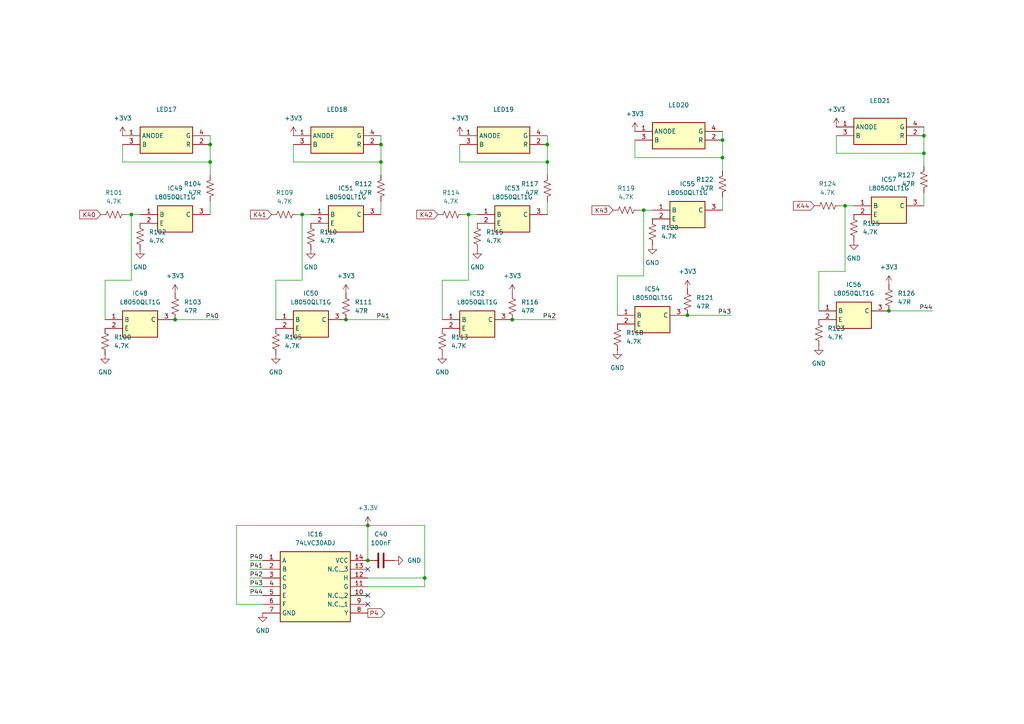
<source format=kicad_sch>
(kicad_sch
	(version 20231120)
	(generator "eeschema")
	(generator_version "8.0")
	(uuid "4e73e852-738e-4af9-b228-e5dc123da083")
	(paper "A4")
	(lib_symbols
		(symbol "74LVC30ADJ:74LVC30ADJ"
			(exclude_from_sim no)
			(in_bom yes)
			(on_board yes)
			(property "Reference" "IC"
				(at 26.67 7.62 0)
				(effects
					(font
						(size 1.27 1.27)
					)
					(justify left top)
				)
			)
			(property "Value" "74LVC30ADJ"
				(at 26.67 5.08 0)
				(effects
					(font
						(size 1.27 1.27)
					)
					(justify left top)
				)
			)
			(property "Footprint" "SOIC127P600X175-14N"
				(at 26.67 -94.92 0)
				(effects
					(font
						(size 1.27 1.27)
					)
					(justify left top)
					(hide yes)
				)
			)
			(property "Datasheet" "https://assets.nexperia.com/documents/data-sheet/74LVC30A.pdf"
				(at 26.67 -194.92 0)
				(effects
					(font
						(size 1.27 1.27)
					)
					(justify left top)
					(hide yes)
				)
			)
			(property "Description" "74LVC30A - 8-input NAND gate@en-us"
				(at 0 0 0)
				(effects
					(font
						(size 1.27 1.27)
					)
					(hide yes)
				)
			)
			(property "Height" "1.75"
				(at 26.67 -394.92 0)
				(effects
					(font
						(size 1.27 1.27)
					)
					(justify left top)
					(hide yes)
				)
			)
			(property "Manufacturer_Name" "Nexperia"
				(at 26.67 -494.92 0)
				(effects
					(font
						(size 1.27 1.27)
					)
					(justify left top)
					(hide yes)
				)
			)
			(property "Manufacturer_Part_Number" "74LVC30ADJ"
				(at 26.67 -594.92 0)
				(effects
					(font
						(size 1.27 1.27)
					)
					(justify left top)
					(hide yes)
				)
			)
			(property "Mouser Part Number" "771-74LVC30ADJ"
				(at 26.67 -694.92 0)
				(effects
					(font
						(size 1.27 1.27)
					)
					(justify left top)
					(hide yes)
				)
			)
			(property "Mouser Price/Stock" "https://www.mouser.com/Search/Refine.aspx?Keyword=771-74LVC30ADJ"
				(at 26.67 -794.92 0)
				(effects
					(font
						(size 1.27 1.27)
					)
					(justify left top)
					(hide yes)
				)
			)
			(property "Arrow Part Number" "74LVC30ADJ"
				(at 26.67 -894.92 0)
				(effects
					(font
						(size 1.27 1.27)
					)
					(justify left top)
					(hide yes)
				)
			)
			(property "Arrow Price/Stock" "https://www.arrow.com/en/products/74lvc30adj/nexperia?region=nac"
				(at 26.67 -994.92 0)
				(effects
					(font
						(size 1.27 1.27)
					)
					(justify left top)
					(hide yes)
				)
			)
			(symbol "74LVC30ADJ_1_1"
				(rectangle
					(start 5.08 2.54)
					(end 25.4 -17.78)
					(stroke
						(width 0.254)
						(type default)
					)
					(fill
						(type background)
					)
				)
				(pin passive line
					(at 0 0 0)
					(length 5.08)
					(name "A"
						(effects
							(font
								(size 1.27 1.27)
							)
						)
					)
					(number "1"
						(effects
							(font
								(size 1.27 1.27)
							)
						)
					)
				)
				(pin passive line
					(at 30.48 -10.16 180)
					(length 5.08)
					(name "N.C._2"
						(effects
							(font
								(size 1.27 1.27)
							)
						)
					)
					(number "10"
						(effects
							(font
								(size 1.27 1.27)
							)
						)
					)
				)
				(pin passive line
					(at 30.48 -7.62 180)
					(length 5.08)
					(name "G"
						(effects
							(font
								(size 1.27 1.27)
							)
						)
					)
					(number "11"
						(effects
							(font
								(size 1.27 1.27)
							)
						)
					)
				)
				(pin passive line
					(at 30.48 -5.08 180)
					(length 5.08)
					(name "H"
						(effects
							(font
								(size 1.27 1.27)
							)
						)
					)
					(number "12"
						(effects
							(font
								(size 1.27 1.27)
							)
						)
					)
				)
				(pin passive line
					(at 30.48 -2.54 180)
					(length 5.08)
					(name "N.C._3"
						(effects
							(font
								(size 1.27 1.27)
							)
						)
					)
					(number "13"
						(effects
							(font
								(size 1.27 1.27)
							)
						)
					)
				)
				(pin passive line
					(at 30.48 0 180)
					(length 5.08)
					(name "VCC"
						(effects
							(font
								(size 1.27 1.27)
							)
						)
					)
					(number "14"
						(effects
							(font
								(size 1.27 1.27)
							)
						)
					)
				)
				(pin passive line
					(at 0 -2.54 0)
					(length 5.08)
					(name "B"
						(effects
							(font
								(size 1.27 1.27)
							)
						)
					)
					(number "2"
						(effects
							(font
								(size 1.27 1.27)
							)
						)
					)
				)
				(pin passive line
					(at 0 -5.08 0)
					(length 5.08)
					(name "C"
						(effects
							(font
								(size 1.27 1.27)
							)
						)
					)
					(number "3"
						(effects
							(font
								(size 1.27 1.27)
							)
						)
					)
				)
				(pin passive line
					(at 0 -7.62 0)
					(length 5.08)
					(name "D"
						(effects
							(font
								(size 1.27 1.27)
							)
						)
					)
					(number "4"
						(effects
							(font
								(size 1.27 1.27)
							)
						)
					)
				)
				(pin passive line
					(at 0 -10.16 0)
					(length 5.08)
					(name "E"
						(effects
							(font
								(size 1.27 1.27)
							)
						)
					)
					(number "5"
						(effects
							(font
								(size 1.27 1.27)
							)
						)
					)
				)
				(pin passive line
					(at 0 -12.7 0)
					(length 5.08)
					(name "F"
						(effects
							(font
								(size 1.27 1.27)
							)
						)
					)
					(number "6"
						(effects
							(font
								(size 1.27 1.27)
							)
						)
					)
				)
				(pin passive line
					(at 0 -15.24 0)
					(length 5.08)
					(name "GND"
						(effects
							(font
								(size 1.27 1.27)
							)
						)
					)
					(number "7"
						(effects
							(font
								(size 1.27 1.27)
							)
						)
					)
				)
				(pin passive line
					(at 30.48 -15.24 180)
					(length 5.08)
					(name "Y"
						(effects
							(font
								(size 1.27 1.27)
							)
						)
					)
					(number "8"
						(effects
							(font
								(size 1.27 1.27)
							)
						)
					)
				)
				(pin passive line
					(at 30.48 -12.7 180)
					(length 5.08)
					(name "N.C._1"
						(effects
							(font
								(size 1.27 1.27)
							)
						)
					)
					(number "9"
						(effects
							(font
								(size 1.27 1.27)
							)
						)
					)
				)
			)
		)
		(symbol "Device:C"
			(pin_numbers hide)
			(pin_names
				(offset 0.254)
			)
			(exclude_from_sim no)
			(in_bom yes)
			(on_board yes)
			(property "Reference" "C"
				(at 0.635 2.54 0)
				(effects
					(font
						(size 1.27 1.27)
					)
					(justify left)
				)
			)
			(property "Value" "C"
				(at 0.635 -2.54 0)
				(effects
					(font
						(size 1.27 1.27)
					)
					(justify left)
				)
			)
			(property "Footprint" ""
				(at 0.9652 -3.81 0)
				(effects
					(font
						(size 1.27 1.27)
					)
					(hide yes)
				)
			)
			(property "Datasheet" "~"
				(at 0 0 0)
				(effects
					(font
						(size 1.27 1.27)
					)
					(hide yes)
				)
			)
			(property "Description" "Unpolarized capacitor"
				(at 0 0 0)
				(effects
					(font
						(size 1.27 1.27)
					)
					(hide yes)
				)
			)
			(property "ki_keywords" "cap capacitor"
				(at 0 0 0)
				(effects
					(font
						(size 1.27 1.27)
					)
					(hide yes)
				)
			)
			(property "ki_fp_filters" "C_*"
				(at 0 0 0)
				(effects
					(font
						(size 1.27 1.27)
					)
					(hide yes)
				)
			)
			(symbol "C_0_1"
				(polyline
					(pts
						(xy -2.032 -0.762) (xy 2.032 -0.762)
					)
					(stroke
						(width 0.508)
						(type default)
					)
					(fill
						(type none)
					)
				)
				(polyline
					(pts
						(xy -2.032 0.762) (xy 2.032 0.762)
					)
					(stroke
						(width 0.508)
						(type default)
					)
					(fill
						(type none)
					)
				)
			)
			(symbol "C_1_1"
				(pin passive line
					(at 0 3.81 270)
					(length 2.794)
					(name "~"
						(effects
							(font
								(size 1.27 1.27)
							)
						)
					)
					(number "1"
						(effects
							(font
								(size 1.27 1.27)
							)
						)
					)
				)
				(pin passive line
					(at 0 -3.81 90)
					(length 2.794)
					(name "~"
						(effects
							(font
								(size 1.27 1.27)
							)
						)
					)
					(number "2"
						(effects
							(font
								(size 1.27 1.27)
							)
						)
					)
				)
			)
		)
		(symbol "Device:R_US"
			(pin_numbers hide)
			(pin_names
				(offset 0)
			)
			(exclude_from_sim no)
			(in_bom yes)
			(on_board yes)
			(property "Reference" "R"
				(at 2.54 0 90)
				(effects
					(font
						(size 1.27 1.27)
					)
				)
			)
			(property "Value" "R_US"
				(at -2.54 0 90)
				(effects
					(font
						(size 1.27 1.27)
					)
				)
			)
			(property "Footprint" ""
				(at 1.016 -0.254 90)
				(effects
					(font
						(size 1.27 1.27)
					)
					(hide yes)
				)
			)
			(property "Datasheet" "~"
				(at 0 0 0)
				(effects
					(font
						(size 1.27 1.27)
					)
					(hide yes)
				)
			)
			(property "Description" "Resistor, US symbol"
				(at 0 0 0)
				(effects
					(font
						(size 1.27 1.27)
					)
					(hide yes)
				)
			)
			(property "ki_keywords" "R res resistor"
				(at 0 0 0)
				(effects
					(font
						(size 1.27 1.27)
					)
					(hide yes)
				)
			)
			(property "ki_fp_filters" "R_*"
				(at 0 0 0)
				(effects
					(font
						(size 1.27 1.27)
					)
					(hide yes)
				)
			)
			(symbol "R_US_0_1"
				(polyline
					(pts
						(xy 0 -2.286) (xy 0 -2.54)
					)
					(stroke
						(width 0)
						(type default)
					)
					(fill
						(type none)
					)
				)
				(polyline
					(pts
						(xy 0 2.286) (xy 0 2.54)
					)
					(stroke
						(width 0)
						(type default)
					)
					(fill
						(type none)
					)
				)
				(polyline
					(pts
						(xy 0 -0.762) (xy 1.016 -1.143) (xy 0 -1.524) (xy -1.016 -1.905) (xy 0 -2.286)
					)
					(stroke
						(width 0)
						(type default)
					)
					(fill
						(type none)
					)
				)
				(polyline
					(pts
						(xy 0 0.762) (xy 1.016 0.381) (xy 0 0) (xy -1.016 -0.381) (xy 0 -0.762)
					)
					(stroke
						(width 0)
						(type default)
					)
					(fill
						(type none)
					)
				)
				(polyline
					(pts
						(xy 0 2.286) (xy 1.016 1.905) (xy 0 1.524) (xy -1.016 1.143) (xy 0 0.762)
					)
					(stroke
						(width 0)
						(type default)
					)
					(fill
						(type none)
					)
				)
			)
			(symbol "R_US_1_1"
				(pin passive line
					(at 0 3.81 270)
					(length 1.27)
					(name "~"
						(effects
							(font
								(size 1.27 1.27)
							)
						)
					)
					(number "1"
						(effects
							(font
								(size 1.27 1.27)
							)
						)
					)
				)
				(pin passive line
					(at 0 -3.81 90)
					(length 1.27)
					(name "~"
						(effects
							(font
								(size 1.27 1.27)
							)
						)
					)
					(number "2"
						(effects
							(font
								(size 1.27 1.27)
							)
						)
					)
				)
			)
		)
		(symbol "L8050QLT1G:L8050QLT1G"
			(exclude_from_sim no)
			(in_bom yes)
			(on_board yes)
			(property "Reference" "IC"
				(at 16.51 7.62 0)
				(effects
					(font
						(size 1.27 1.27)
					)
					(justify left top)
				)
			)
			(property "Value" "L8050QLT1G"
				(at 16.51 5.08 0)
				(effects
					(font
						(size 1.27 1.27)
					)
					(justify left top)
				)
			)
			(property "Footprint" "L8050QLT1G"
				(at 16.51 -94.92 0)
				(effects
					(font
						(size 1.27 1.27)
					)
					(justify left top)
					(hide yes)
				)
			)
			(property "Datasheet" "https://datasheet.datasheetarchive.com/originals/distributors/Datasheets-28/DSA-558356.pdf"
				(at 16.51 -194.92 0)
				(effects
					(font
						(size 1.27 1.27)
					)
					(justify left top)
					(hide yes)
				)
			)
			(property "Description" "Trans GP BJT NPN 25V 0.8A 3-Pin SOT-23 T/R"
				(at 0 0 0)
				(effects
					(font
						(size 1.27 1.27)
					)
					(hide yes)
				)
			)
			(property "Height" "1.11"
				(at 16.51 -394.92 0)
				(effects
					(font
						(size 1.27 1.27)
					)
					(justify left top)
					(hide yes)
				)
			)
			(property "Manufacturer_Name" "LRC"
				(at 16.51 -494.92 0)
				(effects
					(font
						(size 1.27 1.27)
					)
					(justify left top)
					(hide yes)
				)
			)
			(property "Manufacturer_Part_Number" "L8050QLT1G"
				(at 16.51 -594.92 0)
				(effects
					(font
						(size 1.27 1.27)
					)
					(justify left top)
					(hide yes)
				)
			)
			(property "Mouser Part Number" ""
				(at 16.51 -694.92 0)
				(effects
					(font
						(size 1.27 1.27)
					)
					(justify left top)
					(hide yes)
				)
			)
			(property "Mouser Price/Stock" ""
				(at 16.51 -794.92 0)
				(effects
					(font
						(size 1.27 1.27)
					)
					(justify left top)
					(hide yes)
				)
			)
			(property "Arrow Part Number" ""
				(at 16.51 -894.92 0)
				(effects
					(font
						(size 1.27 1.27)
					)
					(justify left top)
					(hide yes)
				)
			)
			(property "Arrow Price/Stock" ""
				(at 16.51 -994.92 0)
				(effects
					(font
						(size 1.27 1.27)
					)
					(justify left top)
					(hide yes)
				)
			)
			(symbol "L8050QLT1G_1_1"
				(rectangle
					(start 5.08 2.54)
					(end 15.24 -5.08)
					(stroke
						(width 0.254)
						(type default)
					)
					(fill
						(type background)
					)
				)
				(pin passive line
					(at 0 0 0)
					(length 5.08)
					(name "B"
						(effects
							(font
								(size 1.27 1.27)
							)
						)
					)
					(number "1"
						(effects
							(font
								(size 1.27 1.27)
							)
						)
					)
				)
				(pin passive line
					(at 0 -2.54 0)
					(length 5.08)
					(name "E"
						(effects
							(font
								(size 1.27 1.27)
							)
						)
					)
					(number "2"
						(effects
							(font
								(size 1.27 1.27)
							)
						)
					)
				)
				(pin passive line
					(at 20.32 0 180)
					(length 5.08)
					(name "C"
						(effects
							(font
								(size 1.27 1.27)
							)
						)
					)
					(number "3"
						(effects
							(font
								(size 1.27 1.27)
							)
						)
					)
				)
			)
		)
		(symbol "LTRBR37G-4R4S-0125-0-2-R18:LTRBR37G-4R4S-0125-0-2-R18"
			(exclude_from_sim no)
			(in_bom yes)
			(on_board yes)
			(property "Reference" "LED"
				(at 21.59 7.62 0)
				(effects
					(font
						(size 1.27 1.27)
					)
					(justify left top)
				)
			)
			(property "Value" "LTRBR37G-4R4S-0125-0-2-R18"
				(at 21.59 5.08 0)
				(effects
					(font
						(size 1.27 1.27)
					)
					(justify left top)
				)
			)
			(property "Footprint" "LTRBR37G4R4S012502R18"
				(at 21.59 -94.92 0)
				(effects
					(font
						(size 1.27 1.27)
					)
					(justify left top)
					(hide yes)
				)
			)
			(property "Datasheet" "https://dammedia.osram.info/media/resource/hires/osram-dam-6751107/LTRB%20R37G_EN.pdf"
				(at 21.59 -194.92 0)
				(effects
					(font
						(size 1.27 1.27)
					)
					(justify left top)
					(hide yes)
				)
			)
			(property "Description" "Standard LEDs - SMD RGB LED"
				(at 0 0 0)
				(effects
					(font
						(size 1.27 1.27)
					)
					(hide yes)
				)
			)
			(property "Height" "0.35"
				(at 21.59 -394.92 0)
				(effects
					(font
						(size 1.27 1.27)
					)
					(justify left top)
					(hide yes)
				)
			)
			(property "Manufacturer_Name" "ams OSRAM"
				(at 21.59 -494.92 0)
				(effects
					(font
						(size 1.27 1.27)
					)
					(justify left top)
					(hide yes)
				)
			)
			(property "Manufacturer_Part_Number" "LTRBR37G-4R4S-0125-0-2-R18"
				(at 21.59 -594.92 0)
				(effects
					(font
						(size 1.27 1.27)
					)
					(justify left top)
					(hide yes)
				)
			)
			(property "Mouser Part Number" "720-LTRBR37GA6714"
				(at 21.59 -694.92 0)
				(effects
					(font
						(size 1.27 1.27)
					)
					(justify left top)
					(hide yes)
				)
			)
			(property "Mouser Price/Stock" "https://www.mouser.co.uk/ProductDetail/OSRAM-Opto-Semiconductors/LTRBR37G-4R4S-0125-0-2-R18?qs=PzGy0jfpSMv%252B%2FTjn17xfbA%3D%3D"
				(at 21.59 -794.92 0)
				(effects
					(font
						(size 1.27 1.27)
					)
					(justify left top)
					(hide yes)
				)
			)
			(property "Arrow Part Number" "LTRBR37G-4R4S-0125-0-2-R18"
				(at 21.59 -894.92 0)
				(effects
					(font
						(size 1.27 1.27)
					)
					(justify left top)
					(hide yes)
				)
			)
			(property "Arrow Price/Stock" "https://www.arrow.com/en/products/ltrbr37g-4r4s-0125-0-2-r18/osram-opto-semiconductors?region=nac"
				(at 21.59 -994.92 0)
				(effects
					(font
						(size 1.27 1.27)
					)
					(justify left top)
					(hide yes)
				)
			)
			(symbol "LTRBR37G-4R4S-0125-0-2-R18_1_1"
				(rectangle
					(start 5.08 2.54)
					(end 20.32 -5.08)
					(stroke
						(width 0.254)
						(type default)
					)
					(fill
						(type background)
					)
				)
				(pin passive line
					(at 25.4 0 180)
					(length 5.08)
					(name "ANODE"
						(effects
							(font
								(size 1.27 1.27)
							)
						)
					)
					(number "1"
						(effects
							(font
								(size 1.27 1.27)
							)
						)
					)
				)
				(pin passive line
					(at 0 -2.54 0)
					(length 5.08)
					(name "R"
						(effects
							(font
								(size 1.27 1.27)
							)
						)
					)
					(number "2"
						(effects
							(font
								(size 1.27 1.27)
							)
						)
					)
				)
				(pin passive line
					(at 25.4 -2.54 180)
					(length 5.08)
					(name "B"
						(effects
							(font
								(size 1.27 1.27)
							)
						)
					)
					(number "3"
						(effects
							(font
								(size 1.27 1.27)
							)
						)
					)
				)
				(pin passive line
					(at 0 0 0)
					(length 5.08)
					(name "G"
						(effects
							(font
								(size 1.27 1.27)
							)
						)
					)
					(number "4"
						(effects
							(font
								(size 1.27 1.27)
							)
						)
					)
				)
			)
		)
		(symbol "power:+3.3V"
			(power)
			(pin_numbers hide)
			(pin_names
				(offset 0) hide)
			(exclude_from_sim no)
			(in_bom yes)
			(on_board yes)
			(property "Reference" "#PWR"
				(at 0 -3.81 0)
				(effects
					(font
						(size 1.27 1.27)
					)
					(hide yes)
				)
			)
			(property "Value" "+3.3V"
				(at 0 3.556 0)
				(effects
					(font
						(size 1.27 1.27)
					)
				)
			)
			(property "Footprint" ""
				(at 0 0 0)
				(effects
					(font
						(size 1.27 1.27)
					)
					(hide yes)
				)
			)
			(property "Datasheet" ""
				(at 0 0 0)
				(effects
					(font
						(size 1.27 1.27)
					)
					(hide yes)
				)
			)
			(property "Description" "Power symbol creates a global label with name \"+3.3V\""
				(at 0 0 0)
				(effects
					(font
						(size 1.27 1.27)
					)
					(hide yes)
				)
			)
			(property "ki_keywords" "global power"
				(at 0 0 0)
				(effects
					(font
						(size 1.27 1.27)
					)
					(hide yes)
				)
			)
			(symbol "+3.3V_0_1"
				(polyline
					(pts
						(xy -0.762 1.27) (xy 0 2.54)
					)
					(stroke
						(width 0)
						(type default)
					)
					(fill
						(type none)
					)
				)
				(polyline
					(pts
						(xy 0 0) (xy 0 2.54)
					)
					(stroke
						(width 0)
						(type default)
					)
					(fill
						(type none)
					)
				)
				(polyline
					(pts
						(xy 0 2.54) (xy 0.762 1.27)
					)
					(stroke
						(width 0)
						(type default)
					)
					(fill
						(type none)
					)
				)
			)
			(symbol "+3.3V_1_1"
				(pin power_in line
					(at 0 0 90)
					(length 0)
					(name "~"
						(effects
							(font
								(size 1.27 1.27)
							)
						)
					)
					(number "1"
						(effects
							(font
								(size 1.27 1.27)
							)
						)
					)
				)
			)
		)
		(symbol "power:+3V3"
			(power)
			(pin_numbers hide)
			(pin_names
				(offset 0) hide)
			(exclude_from_sim no)
			(in_bom yes)
			(on_board yes)
			(property "Reference" "#PWR"
				(at 0 -3.81 0)
				(effects
					(font
						(size 1.27 1.27)
					)
					(hide yes)
				)
			)
			(property "Value" "+3V3"
				(at 0 3.556 0)
				(effects
					(font
						(size 1.27 1.27)
					)
				)
			)
			(property "Footprint" ""
				(at 0 0 0)
				(effects
					(font
						(size 1.27 1.27)
					)
					(hide yes)
				)
			)
			(property "Datasheet" ""
				(at 0 0 0)
				(effects
					(font
						(size 1.27 1.27)
					)
					(hide yes)
				)
			)
			(property "Description" "Power symbol creates a global label with name \"+3V3\""
				(at 0 0 0)
				(effects
					(font
						(size 1.27 1.27)
					)
					(hide yes)
				)
			)
			(property "ki_keywords" "global power"
				(at 0 0 0)
				(effects
					(font
						(size 1.27 1.27)
					)
					(hide yes)
				)
			)
			(symbol "+3V3_0_1"
				(polyline
					(pts
						(xy -0.762 1.27) (xy 0 2.54)
					)
					(stroke
						(width 0)
						(type default)
					)
					(fill
						(type none)
					)
				)
				(polyline
					(pts
						(xy 0 0) (xy 0 2.54)
					)
					(stroke
						(width 0)
						(type default)
					)
					(fill
						(type none)
					)
				)
				(polyline
					(pts
						(xy 0 2.54) (xy 0.762 1.27)
					)
					(stroke
						(width 0)
						(type default)
					)
					(fill
						(type none)
					)
				)
			)
			(symbol "+3V3_1_1"
				(pin power_in line
					(at 0 0 90)
					(length 0)
					(name "~"
						(effects
							(font
								(size 1.27 1.27)
							)
						)
					)
					(number "1"
						(effects
							(font
								(size 1.27 1.27)
							)
						)
					)
				)
			)
		)
		(symbol "power:GND"
			(power)
			(pin_numbers hide)
			(pin_names
				(offset 0) hide)
			(exclude_from_sim no)
			(in_bom yes)
			(on_board yes)
			(property "Reference" "#PWR"
				(at 0 -6.35 0)
				(effects
					(font
						(size 1.27 1.27)
					)
					(hide yes)
				)
			)
			(property "Value" "GND"
				(at 0 -3.81 0)
				(effects
					(font
						(size 1.27 1.27)
					)
				)
			)
			(property "Footprint" ""
				(at 0 0 0)
				(effects
					(font
						(size 1.27 1.27)
					)
					(hide yes)
				)
			)
			(property "Datasheet" ""
				(at 0 0 0)
				(effects
					(font
						(size 1.27 1.27)
					)
					(hide yes)
				)
			)
			(property "Description" "Power symbol creates a global label with name \"GND\" , ground"
				(at 0 0 0)
				(effects
					(font
						(size 1.27 1.27)
					)
					(hide yes)
				)
			)
			(property "ki_keywords" "global power"
				(at 0 0 0)
				(effects
					(font
						(size 1.27 1.27)
					)
					(hide yes)
				)
			)
			(symbol "GND_0_1"
				(polyline
					(pts
						(xy 0 0) (xy 0 -1.27) (xy 1.27 -1.27) (xy 0 -2.54) (xy -1.27 -1.27) (xy 0 -1.27)
					)
					(stroke
						(width 0)
						(type default)
					)
					(fill
						(type none)
					)
				)
			)
			(symbol "GND_1_1"
				(pin power_in line
					(at 0 0 270)
					(length 0)
					(name "~"
						(effects
							(font
								(size 1.27 1.27)
							)
						)
					)
					(number "1"
						(effects
							(font
								(size 1.27 1.27)
							)
						)
					)
				)
			)
		)
	)
	(junction
		(at 135.89 62.23)
		(diameter 0)
		(color 0 0 0 0)
		(uuid "096a2ffc-dab1-4dae-a5ed-da5956e43dbf")
	)
	(junction
		(at 38.1 62.23)
		(diameter 0)
		(color 0 0 0 0)
		(uuid "0c3a087b-d23d-40d8-b6a9-c065610f9701")
	)
	(junction
		(at 123.19 167.64)
		(diameter 0)
		(color 0 0 0 0)
		(uuid "14c71bc7-4a11-4132-bec0-f5f731967e14")
	)
	(junction
		(at 245.11 59.69)
		(diameter 0)
		(color 0 0 0 0)
		(uuid "1e00ffc7-4a81-45b5-8dac-375e1274f032")
	)
	(junction
		(at 100.33 92.71)
		(diameter 0)
		(color 0 0 0 0)
		(uuid "1ff01ae7-0fb6-4d88-ab55-99f8507af6a2")
	)
	(junction
		(at 60.96 46.99)
		(diameter 0)
		(color 0 0 0 0)
		(uuid "20836afd-9362-4ee2-8b55-fb02975e73b5")
	)
	(junction
		(at 50.8 92.71)
		(diameter 0)
		(color 0 0 0 0)
		(uuid "2179442d-eb10-43a3-a0d9-605dfd8fcb24")
	)
	(junction
		(at 158.75 46.99)
		(diameter 0)
		(color 0 0 0 0)
		(uuid "22bd08ee-3ba8-41a5-9755-8c1491fbfd4a")
	)
	(junction
		(at 106.68 162.56)
		(diameter 0)
		(color 0 0 0 0)
		(uuid "35383c90-6dbc-4c62-b521-c9b51f6f6863")
	)
	(junction
		(at 267.97 44.45)
		(diameter 0)
		(color 0 0 0 0)
		(uuid "35afaf07-f0ec-46eb-b95d-41f3a9097769")
	)
	(junction
		(at 110.49 46.99)
		(diameter 0)
		(color 0 0 0 0)
		(uuid "50786c65-a05e-437b-81ef-253ff7d85cde")
	)
	(junction
		(at 110.49 41.91)
		(diameter 0)
		(color 0 0 0 0)
		(uuid "69b556da-ecdb-43ed-a952-2e8be25e4516")
	)
	(junction
		(at 267.97 39.37)
		(diameter 0)
		(color 0 0 0 0)
		(uuid "7772ee3b-276b-4b41-b376-1dcd149662b4")
	)
	(junction
		(at 186.69 60.96)
		(diameter 0)
		(color 0 0 0 0)
		(uuid "8aba07a9-95e8-4c6d-b00b-a6ad6d09c56a")
	)
	(junction
		(at 87.63 62.23)
		(diameter 0)
		(color 0 0 0 0)
		(uuid "8f4a5c03-ec0a-4b35-ad79-86d0156ab5be")
	)
	(junction
		(at 60.96 41.91)
		(diameter 0)
		(color 0 0 0 0)
		(uuid "aaa947a4-b393-4287-ab21-420a80783493")
	)
	(junction
		(at 209.55 45.72)
		(diameter 0)
		(color 0 0 0 0)
		(uuid "b437ce8c-f80a-4153-8d35-37fa1b708389")
	)
	(junction
		(at 158.75 41.91)
		(diameter 0)
		(color 0 0 0 0)
		(uuid "c8b336c5-bb22-42df-9abf-8f6388e53455")
	)
	(junction
		(at 199.39 91.44)
		(diameter 0)
		(color 0 0 0 0)
		(uuid "c97a579b-9826-4a41-9fb4-fbf7839ce4f5")
	)
	(junction
		(at 106.68 152.4)
		(diameter 0)
		(color 0 0 0 0)
		(uuid "d5888f05-5170-43a7-bb87-f28ee76aa940")
	)
	(junction
		(at 257.81 90.17)
		(diameter 0)
		(color 0 0 0 0)
		(uuid "dfc9edf4-742d-44e7-9f2d-d6aa1d6ae80b")
	)
	(junction
		(at 148.59 92.71)
		(diameter 0)
		(color 0 0 0 0)
		(uuid "e20c77bb-7d88-45b5-a8a0-4ca1f7221ccb")
	)
	(junction
		(at 209.55 40.64)
		(diameter 0)
		(color 0 0 0 0)
		(uuid "f33b664b-4701-4171-9192-ae1fd897ccae")
	)
	(no_connect
		(at 106.68 175.26)
		(uuid "63086d2f-7408-4a6c-a106-f8ae418ad9d0")
	)
	(no_connect
		(at 106.68 172.72)
		(uuid "8877beab-4349-4368-8bb2-f1f057ba38a9")
	)
	(no_connect
		(at 106.68 165.1)
		(uuid "ced17639-cc50-4002-9622-6f31466902e8")
	)
	(wire
		(pts
			(xy 267.97 36.83) (xy 267.97 39.37)
		)
		(stroke
			(width 0)
			(type default)
		)
		(uuid "01592eac-0dbf-4c60-b18a-f82d76dafb54")
	)
	(wire
		(pts
			(xy 87.63 62.23) (xy 87.63 81.28)
		)
		(stroke
			(width 0)
			(type default)
		)
		(uuid "021afb8a-fcd7-4bcf-83dc-ddf7d755f7c3")
	)
	(wire
		(pts
			(xy 135.89 62.23) (xy 138.43 62.23)
		)
		(stroke
			(width 0)
			(type default)
		)
		(uuid "055fb45b-9749-4e0c-a4ac-aeef19ff0d66")
	)
	(wire
		(pts
			(xy 87.63 81.28) (xy 80.01 81.28)
		)
		(stroke
			(width 0)
			(type default)
		)
		(uuid "0950080d-1699-420a-b600-4c36b7aab87b")
	)
	(wire
		(pts
			(xy 158.75 58.42) (xy 158.75 62.23)
		)
		(stroke
			(width 0)
			(type default)
		)
		(uuid "0c44ce28-5c69-44f7-8760-815f41cdd2e2")
	)
	(wire
		(pts
			(xy 184.15 45.72) (xy 209.55 45.72)
		)
		(stroke
			(width 0)
			(type default)
		)
		(uuid "10b44376-aba0-40e8-98bd-ec693a048874")
	)
	(wire
		(pts
			(xy 50.8 92.71) (xy 63.5 92.71)
		)
		(stroke
			(width 0)
			(type default)
		)
		(uuid "1329337a-cbbe-44d7-a4f7-98c7e15efc2b")
	)
	(wire
		(pts
			(xy 267.97 44.45) (xy 267.97 39.37)
		)
		(stroke
			(width 0)
			(type default)
		)
		(uuid "161d074d-8c68-4d16-aabf-29ea9cef25f1")
	)
	(wire
		(pts
			(xy 106.68 170.18) (xy 123.19 170.18)
		)
		(stroke
			(width 0)
			(type default)
		)
		(uuid "19f5aa08-4198-4be4-8b19-3f351924f938")
	)
	(wire
		(pts
			(xy 86.36 62.23) (xy 87.63 62.23)
		)
		(stroke
			(width 0)
			(type default)
		)
		(uuid "1a739e5e-b2aa-49ed-9064-c5975edbefce")
	)
	(wire
		(pts
			(xy 80.01 81.28) (xy 80.01 92.71)
		)
		(stroke
			(width 0)
			(type default)
		)
		(uuid "1b5eb6d2-b4c0-47b0-905f-8557dbe9af1e")
	)
	(wire
		(pts
			(xy 158.75 50.8) (xy 158.75 46.99)
		)
		(stroke
			(width 0)
			(type default)
		)
		(uuid "1d131012-f619-49cd-b004-77d7c40873e4")
	)
	(wire
		(pts
			(xy 135.89 62.23) (xy 135.89 81.28)
		)
		(stroke
			(width 0)
			(type default)
		)
		(uuid "1e712b05-cfc2-4e96-89de-7f6d606ffcc7")
	)
	(wire
		(pts
			(xy 35.56 41.91) (xy 35.56 46.99)
		)
		(stroke
			(width 0)
			(type default)
		)
		(uuid "1e79ef12-4a32-4144-822a-5f034fab1483")
	)
	(wire
		(pts
			(xy 243.84 59.69) (xy 245.11 59.69)
		)
		(stroke
			(width 0)
			(type default)
		)
		(uuid "1e94231a-15e6-40c1-97c1-6554f9ba75df")
	)
	(wire
		(pts
			(xy 245.11 78.74) (xy 237.49 78.74)
		)
		(stroke
			(width 0)
			(type default)
		)
		(uuid "2619fa9d-e6c9-43ee-a787-9ad7f8028662")
	)
	(wire
		(pts
			(xy 158.75 39.37) (xy 158.75 41.91)
		)
		(stroke
			(width 0)
			(type default)
		)
		(uuid "299b95b8-d6b4-43fa-ac65-cbb53c7b1236")
	)
	(wire
		(pts
			(xy 134.62 62.23) (xy 135.89 62.23)
		)
		(stroke
			(width 0)
			(type default)
		)
		(uuid "2a7ed150-e5c5-4a2d-a1b2-f28f1b8e9025")
	)
	(wire
		(pts
			(xy 110.49 50.8) (xy 110.49 46.99)
		)
		(stroke
			(width 0)
			(type default)
		)
		(uuid "3560190c-2745-4c6d-a5f3-c23717a1df2c")
	)
	(wire
		(pts
			(xy 186.69 60.96) (xy 186.69 80.01)
		)
		(stroke
			(width 0)
			(type default)
		)
		(uuid "3857cd1a-26c7-4cb7-b025-b997011ef743")
	)
	(wire
		(pts
			(xy 158.75 46.99) (xy 158.75 41.91)
		)
		(stroke
			(width 0)
			(type default)
		)
		(uuid "3be3c99c-ec7c-4849-ac8d-606aae5d6230")
	)
	(wire
		(pts
			(xy 209.55 49.53) (xy 209.55 45.72)
		)
		(stroke
			(width 0)
			(type default)
		)
		(uuid "41935185-c66a-4ac1-9061-dd71f87c73dd")
	)
	(wire
		(pts
			(xy 72.39 170.18) (xy 76.2 170.18)
		)
		(stroke
			(width 0)
			(type default)
		)
		(uuid "496990c8-b936-4b0d-99d6-249a5b385696")
	)
	(wire
		(pts
			(xy 199.39 91.44) (xy 212.09 91.44)
		)
		(stroke
			(width 0)
			(type default)
		)
		(uuid "4aa77584-8fa9-409f-a310-c4647fd7bbd1")
	)
	(wire
		(pts
			(xy 30.48 81.28) (xy 30.48 92.71)
		)
		(stroke
			(width 0)
			(type default)
		)
		(uuid "4c38a302-502b-46b0-86c0-04988c19847c")
	)
	(wire
		(pts
			(xy 60.96 58.42) (xy 60.96 62.23)
		)
		(stroke
			(width 0)
			(type default)
		)
		(uuid "502c9902-43a4-4b61-91e8-fa4cbd930d20")
	)
	(wire
		(pts
			(xy 257.81 90.17) (xy 270.51 90.17)
		)
		(stroke
			(width 0)
			(type default)
		)
		(uuid "50f2ea4a-c97d-4843-b44c-c86038213e69")
	)
	(wire
		(pts
			(xy 38.1 62.23) (xy 40.64 62.23)
		)
		(stroke
			(width 0)
			(type default)
		)
		(uuid "5be93c13-17ac-4de9-9e51-5d45803ad985")
	)
	(wire
		(pts
			(xy 38.1 62.23) (xy 38.1 81.28)
		)
		(stroke
			(width 0)
			(type default)
		)
		(uuid "5fc30c2d-4e38-4445-8454-4434c0226d45")
	)
	(wire
		(pts
			(xy 245.11 59.69) (xy 245.11 78.74)
		)
		(stroke
			(width 0)
			(type default)
		)
		(uuid "6115bcaf-ad6c-4cfe-9569-bf6418089a06")
	)
	(wire
		(pts
			(xy 72.39 162.56) (xy 76.2 162.56)
		)
		(stroke
			(width 0)
			(type default)
		)
		(uuid "66cedd03-114d-408f-970d-c378840b2a6c")
	)
	(wire
		(pts
			(xy 209.55 38.1) (xy 209.55 40.64)
		)
		(stroke
			(width 0)
			(type default)
		)
		(uuid "672f50a1-6765-48eb-b396-5d6662320c50")
	)
	(wire
		(pts
			(xy 209.55 57.15) (xy 209.55 60.96)
		)
		(stroke
			(width 0)
			(type default)
		)
		(uuid "6c3f8cce-0c09-4f75-9538-b19902cfa69f")
	)
	(wire
		(pts
			(xy 72.39 172.72) (xy 76.2 172.72)
		)
		(stroke
			(width 0)
			(type default)
		)
		(uuid "6e45058f-6634-4a4f-884d-cc13dc3a5d50")
	)
	(wire
		(pts
			(xy 186.69 60.96) (xy 189.23 60.96)
		)
		(stroke
			(width 0)
			(type default)
		)
		(uuid "704d715f-156b-426c-bfc5-0774139f4823")
	)
	(wire
		(pts
			(xy 72.39 167.64) (xy 76.2 167.64)
		)
		(stroke
			(width 0)
			(type default)
		)
		(uuid "7266b7a0-e7e5-4362-a6e6-9166a4b43c24")
	)
	(wire
		(pts
			(xy 36.83 62.23) (xy 38.1 62.23)
		)
		(stroke
			(width 0)
			(type default)
		)
		(uuid "7856df7a-bb79-4e4a-9ead-a050abcf1dfa")
	)
	(wire
		(pts
			(xy 135.89 81.28) (xy 128.27 81.28)
		)
		(stroke
			(width 0)
			(type default)
		)
		(uuid "7a284138-7594-4368-b159-0b9c6926257e")
	)
	(wire
		(pts
			(xy 100.33 92.71) (xy 113.03 92.71)
		)
		(stroke
			(width 0)
			(type default)
		)
		(uuid "7c666a1b-5d88-4a41-959a-f8c359e6feda")
	)
	(wire
		(pts
			(xy 110.49 39.37) (xy 110.49 41.91)
		)
		(stroke
			(width 0)
			(type default)
		)
		(uuid "7d52d1b0-6a9e-468e-a6f8-4965a9a89775")
	)
	(wire
		(pts
			(xy 72.39 165.1) (xy 76.2 165.1)
		)
		(stroke
			(width 0)
			(type default)
		)
		(uuid "7d68815e-9564-423c-9162-449fad585d9e")
	)
	(wire
		(pts
			(xy 110.49 46.99) (xy 110.49 41.91)
		)
		(stroke
			(width 0)
			(type default)
		)
		(uuid "830d2cbd-be74-4126-a2d9-7594e3f509e1")
	)
	(wire
		(pts
			(xy 245.11 59.69) (xy 247.65 59.69)
		)
		(stroke
			(width 0)
			(type default)
		)
		(uuid "85deb902-e8c1-4b36-9017-e1003f6ebfe6")
	)
	(wire
		(pts
			(xy 242.57 44.45) (xy 267.97 44.45)
		)
		(stroke
			(width 0)
			(type default)
		)
		(uuid "8686e890-25f5-447a-a9b4-12214586594e")
	)
	(wire
		(pts
			(xy 267.97 48.26) (xy 267.97 44.45)
		)
		(stroke
			(width 0)
			(type default)
		)
		(uuid "8d011095-b2d7-467c-9d64-4ad00fa1d536")
	)
	(wire
		(pts
			(xy 237.49 78.74) (xy 237.49 90.17)
		)
		(stroke
			(width 0)
			(type default)
		)
		(uuid "938cbd72-bef2-4dc8-8df8-7606e6ea4396")
	)
	(wire
		(pts
			(xy 76.2 175.26) (xy 68.58 175.26)
		)
		(stroke
			(width 0)
			(type default)
		)
		(uuid "93a5b372-88e2-4cc8-aa22-ef8080689caa")
	)
	(wire
		(pts
			(xy 38.1 81.28) (xy 30.48 81.28)
		)
		(stroke
			(width 0)
			(type default)
		)
		(uuid "96b38954-b8a7-46c2-a458-88b712e19318")
	)
	(wire
		(pts
			(xy 68.58 152.4) (xy 106.68 152.4)
		)
		(stroke
			(width 0)
			(type default)
		)
		(uuid "9a8b4879-f047-4075-b9f2-405f1cfa9385")
	)
	(wire
		(pts
			(xy 148.59 92.71) (xy 161.29 92.71)
		)
		(stroke
			(width 0)
			(type default)
		)
		(uuid "9cca46a8-ae5a-44cf-8f79-13d8a4e8bebb")
	)
	(wire
		(pts
			(xy 123.19 170.18) (xy 123.19 167.64)
		)
		(stroke
			(width 0)
			(type default)
		)
		(uuid "9d63d276-fc5d-475c-8848-7075b9875065")
	)
	(wire
		(pts
			(xy 133.35 46.99) (xy 158.75 46.99)
		)
		(stroke
			(width 0)
			(type default)
		)
		(uuid "9f834ea1-f9ab-4e7a-8903-cf673f8e088f")
	)
	(wire
		(pts
			(xy 123.19 167.64) (xy 123.19 152.4)
		)
		(stroke
			(width 0)
			(type default)
		)
		(uuid "a5e555b7-3ed9-4ae0-bf9c-65480dbce16f")
	)
	(wire
		(pts
			(xy 184.15 40.64) (xy 184.15 45.72)
		)
		(stroke
			(width 0)
			(type default)
		)
		(uuid "a63f7d60-762c-4e64-801a-9a7069d21437")
	)
	(wire
		(pts
			(xy 106.68 152.4) (xy 106.68 162.56)
		)
		(stroke
			(width 0)
			(type default)
		)
		(uuid "b2e7cfbe-a429-4f78-a3e1-39d52a6f1313")
	)
	(wire
		(pts
			(xy 185.42 60.96) (xy 186.69 60.96)
		)
		(stroke
			(width 0)
			(type default)
		)
		(uuid "b96af34a-6b9b-4d2b-aa34-75c7999bf378")
	)
	(wire
		(pts
			(xy 60.96 50.8) (xy 60.96 46.99)
		)
		(stroke
			(width 0)
			(type default)
		)
		(uuid "c2db3f7e-9a36-45d8-9736-2c6490b0c131")
	)
	(wire
		(pts
			(xy 186.69 80.01) (xy 179.07 80.01)
		)
		(stroke
			(width 0)
			(type default)
		)
		(uuid "c3053505-62f5-48be-b0f3-b2823411a68e")
	)
	(wire
		(pts
			(xy 106.68 167.64) (xy 123.19 167.64)
		)
		(stroke
			(width 0)
			(type default)
		)
		(uuid "c81f7a37-dabd-42d9-892b-73e055d1f735")
	)
	(wire
		(pts
			(xy 110.49 58.42) (xy 110.49 62.23)
		)
		(stroke
			(width 0)
			(type default)
		)
		(uuid "c8949774-7012-4a5d-980a-0cb5fa486cb8")
	)
	(wire
		(pts
			(xy 35.56 46.99) (xy 60.96 46.99)
		)
		(stroke
			(width 0)
			(type default)
		)
		(uuid "cb89f671-fae1-467e-a3e2-0ce069a49173")
	)
	(wire
		(pts
			(xy 85.09 46.99) (xy 110.49 46.99)
		)
		(stroke
			(width 0)
			(type default)
		)
		(uuid "ce2908ba-695b-4b71-8cff-d4f6da5d7515")
	)
	(wire
		(pts
			(xy 68.58 175.26) (xy 68.58 152.4)
		)
		(stroke
			(width 0)
			(type default)
		)
		(uuid "d723a054-f472-4af5-8c97-08ccb608624e")
	)
	(wire
		(pts
			(xy 87.63 62.23) (xy 90.17 62.23)
		)
		(stroke
			(width 0)
			(type default)
		)
		(uuid "d9b8d7e2-27c4-4588-a373-ee88b91106cb")
	)
	(wire
		(pts
			(xy 209.55 45.72) (xy 209.55 40.64)
		)
		(stroke
			(width 0)
			(type default)
		)
		(uuid "e06c433e-1a28-4a62-985c-017a3d026aea")
	)
	(wire
		(pts
			(xy 133.35 41.91) (xy 133.35 46.99)
		)
		(stroke
			(width 0)
			(type default)
		)
		(uuid "e13a0190-8729-4b55-a53d-84996d346508")
	)
	(wire
		(pts
			(xy 267.97 55.88) (xy 267.97 59.69)
		)
		(stroke
			(width 0)
			(type default)
		)
		(uuid "e23fe817-7856-439a-8281-349ec63f60cb")
	)
	(wire
		(pts
			(xy 242.57 39.37) (xy 242.57 44.45)
		)
		(stroke
			(width 0)
			(type default)
		)
		(uuid "ec87ad7e-570d-423b-969b-96d4645b779d")
	)
	(wire
		(pts
			(xy 128.27 81.28) (xy 128.27 92.71)
		)
		(stroke
			(width 0)
			(type default)
		)
		(uuid "edddcd46-1276-41bc-b873-b8ca7be96411")
	)
	(wire
		(pts
			(xy 85.09 41.91) (xy 85.09 46.99)
		)
		(stroke
			(width 0)
			(type default)
		)
		(uuid "ee038f3d-c149-47d8-9c6d-16491dc092c5")
	)
	(wire
		(pts
			(xy 60.96 39.37) (xy 60.96 41.91)
		)
		(stroke
			(width 0)
			(type default)
		)
		(uuid "f004fd57-296a-4313-9fc5-fa279940cd77")
	)
	(wire
		(pts
			(xy 179.07 80.01) (xy 179.07 91.44)
		)
		(stroke
			(width 0)
			(type default)
		)
		(uuid "f67b8438-7ab3-43a5-a4ab-4b25aef8df8e")
	)
	(wire
		(pts
			(xy 123.19 152.4) (xy 106.68 152.4)
		)
		(stroke
			(width 0)
			(type default)
		)
		(uuid "f785cfd1-5b20-49cf-ba16-d40a8450dd4e")
	)
	(wire
		(pts
			(xy 60.96 46.99) (xy 60.96 41.91)
		)
		(stroke
			(width 0)
			(type default)
		)
		(uuid "fa40d1bd-d77f-4862-920d-3778a7a75344")
	)
	(label "P43"
		(at 212.09 91.44 180)
		(fields_autoplaced yes)
		(effects
			(font
				(size 1.27 1.27)
			)
			(justify right bottom)
		)
		(uuid "1b7f9b54-07a2-4393-86df-e25cb23cf00b")
	)
	(label "P41"
		(at 113.03 92.71 180)
		(fields_autoplaced yes)
		(effects
			(font
				(size 1.27 1.27)
			)
			(justify right bottom)
		)
		(uuid "2d0d32c9-beb5-44cb-a913-ed0c9b446b05")
	)
	(label "P40"
		(at 63.5 92.71 180)
		(fields_autoplaced yes)
		(effects
			(font
				(size 1.27 1.27)
			)
			(justify right bottom)
		)
		(uuid "5074c5b4-d300-406a-816d-b5d8d28bda20")
	)
	(label "P43"
		(at 72.39 170.18 0)
		(fields_autoplaced yes)
		(effects
			(font
				(size 1.27 1.27)
			)
			(justify left bottom)
		)
		(uuid "57db9f44-0df7-4f89-9c2e-aee18197049b")
	)
	(label "P44"
		(at 270.51 90.17 180)
		(fields_autoplaced yes)
		(effects
			(font
				(size 1.27 1.27)
			)
			(justify right bottom)
		)
		(uuid "6b47bd5f-e85c-412a-ab59-fc723f0bdbbb")
	)
	(label "P41"
		(at 72.39 165.1 0)
		(fields_autoplaced yes)
		(effects
			(font
				(size 1.27 1.27)
			)
			(justify left bottom)
		)
		(uuid "7c36bc39-c1b7-4967-9122-49252e964d71")
	)
	(label "P42"
		(at 161.29 92.71 180)
		(fields_autoplaced yes)
		(effects
			(font
				(size 1.27 1.27)
			)
			(justify right bottom)
		)
		(uuid "c3d75932-ff13-485c-a4a9-36c4d5106ae8")
	)
	(label "P42"
		(at 72.39 167.64 0)
		(fields_autoplaced yes)
		(effects
			(font
				(size 1.27 1.27)
			)
			(justify left bottom)
		)
		(uuid "c7965275-91d0-4eb1-a02a-804aaa80b4b4")
	)
	(label "P40"
		(at 72.39 162.56 0)
		(fields_autoplaced yes)
		(effects
			(font
				(size 1.27 1.27)
			)
			(justify left bottom)
		)
		(uuid "d0f72a1f-9f59-4cfc-9b24-e26b280f563d")
	)
	(label "P44"
		(at 72.39 172.72 0)
		(fields_autoplaced yes)
		(effects
			(font
				(size 1.27 1.27)
			)
			(justify left bottom)
		)
		(uuid "e63bfb05-555d-4da2-a66f-e4b1b595d12b")
	)
	(global_label "K40"
		(shape input)
		(at 29.21 62.23 180)
		(fields_autoplaced yes)
		(effects
			(font
				(size 1.27 1.27)
			)
			(justify right)
		)
		(uuid "3f82a93c-0b3b-47c2-bfcd-4ea2f02d2e62")
		(property "Intersheetrefs" "${INTERSHEET_REFS}"
			(at 22.5358 62.23 0)
			(effects
				(font
					(size 1.27 1.27)
				)
				(justify right)
				(hide yes)
			)
		)
	)
	(global_label "K41"
		(shape input)
		(at 78.74 62.23 180)
		(fields_autoplaced yes)
		(effects
			(font
				(size 1.27 1.27)
			)
			(justify right)
		)
		(uuid "4af3401e-97ea-417c-ad55-007df60c411c")
		(property "Intersheetrefs" "${INTERSHEET_REFS}"
			(at 72.0658 62.23 0)
			(effects
				(font
					(size 1.27 1.27)
				)
				(justify right)
				(hide yes)
			)
		)
	)
	(global_label "P4"
		(shape output)
		(at 106.68 177.8 0)
		(fields_autoplaced yes)
		(effects
			(font
				(size 1.27 1.27)
			)
			(justify left)
		)
		(uuid "586fea07-c5a1-46d6-9cfa-3b2d483ab29e")
		(property "Intersheetrefs" "${INTERSHEET_REFS}"
			(at 112.1447 177.8 0)
			(effects
				(font
					(size 1.27 1.27)
				)
				(justify left)
				(hide yes)
			)
		)
	)
	(global_label "K44"
		(shape input)
		(at 236.22 59.69 180)
		(fields_autoplaced yes)
		(effects
			(font
				(size 1.27 1.27)
			)
			(justify right)
		)
		(uuid "8d205649-dfd1-4722-b7ae-5cf382761aa4")
		(property "Intersheetrefs" "${INTERSHEET_REFS}"
			(at 229.5458 59.69 0)
			(effects
				(font
					(size 1.27 1.27)
				)
				(justify right)
				(hide yes)
			)
		)
	)
	(global_label "K42"
		(shape input)
		(at 127 62.23 180)
		(fields_autoplaced yes)
		(effects
			(font
				(size 1.27 1.27)
			)
			(justify right)
		)
		(uuid "c6cd77d7-0042-48ce-923d-13e1e227c797")
		(property "Intersheetrefs" "${INTERSHEET_REFS}"
			(at 120.3258 62.23 0)
			(effects
				(font
					(size 1.27 1.27)
				)
				(justify right)
				(hide yes)
			)
		)
	)
	(global_label "K43"
		(shape input)
		(at 177.8 60.96 180)
		(fields_autoplaced yes)
		(effects
			(font
				(size 1.27 1.27)
			)
			(justify right)
		)
		(uuid "cd33b01b-d6c9-4ef8-9623-1ffba9405b0e")
		(property "Intersheetrefs" "${INTERSHEET_REFS}"
			(at 171.1258 60.96 0)
			(effects
				(font
					(size 1.27 1.27)
				)
				(justify right)
				(hide yes)
			)
		)
	)
	(symbol
		(lib_id "Device:R_US")
		(at 60.96 54.61 0)
		(mirror x)
		(unit 1)
		(exclude_from_sim no)
		(in_bom yes)
		(on_board yes)
		(dnp no)
		(fields_autoplaced yes)
		(uuid "01ae4acd-501a-4d6a-9b6f-e34572972660")
		(property "Reference" "R104"
			(at 58.42 53.3399 0)
			(effects
				(font
					(size 1.27 1.27)
				)
				(justify right)
			)
		)
		(property "Value" "47R"
			(at 58.42 55.8799 0)
			(effects
				(font
					(size 1.27 1.27)
				)
				(justify right)
			)
		)
		(property "Footprint" "Resistor_SMD:R_0603_1608Metric"
			(at 61.976 54.356 90)
			(effects
				(font
					(size 1.27 1.27)
				)
				(hide yes)
			)
		)
		(property "Datasheet" "~"
			(at 60.96 54.61 0)
			(effects
				(font
					(size 1.27 1.27)
				)
				(hide yes)
			)
		)
		(property "Description" "Resistor, US symbol"
			(at 60.96 54.61 0)
			(effects
				(font
					(size 1.27 1.27)
				)
				(hide yes)
			)
		)
		(pin "2"
			(uuid "e7acfb19-61f5-48ad-b2ad-fd762966435b")
		)
		(pin "1"
			(uuid "0b355ff9-eb75-4258-bfd5-03edb5ae9de5")
		)
		(instances
			(project "sdr"
				(path "/e4d3289e-0ccf-4dc8-988c-0c08b099df28/4d737b56-fbb6-4209-a626-523e1442b78e"
					(reference "R104")
					(unit 1)
				)
			)
		)
	)
	(symbol
		(lib_id "power:GND")
		(at 237.49 100.33 0)
		(unit 1)
		(exclude_from_sim no)
		(in_bom yes)
		(on_board yes)
		(dnp no)
		(fields_autoplaced yes)
		(uuid "03f0d354-0ff4-4660-8c13-64699985e0c7")
		(property "Reference" "#PWR0170"
			(at 237.49 106.68 0)
			(effects
				(font
					(size 1.27 1.27)
				)
				(hide yes)
			)
		)
		(property "Value" "GND"
			(at 237.49 105.41 0)
			(effects
				(font
					(size 1.27 1.27)
				)
			)
		)
		(property "Footprint" ""
			(at 237.49 100.33 0)
			(effects
				(font
					(size 1.27 1.27)
				)
				(hide yes)
			)
		)
		(property "Datasheet" ""
			(at 237.49 100.33 0)
			(effects
				(font
					(size 1.27 1.27)
				)
				(hide yes)
			)
		)
		(property "Description" "Power symbol creates a global label with name \"GND\" , ground"
			(at 237.49 100.33 0)
			(effects
				(font
					(size 1.27 1.27)
				)
				(hide yes)
			)
		)
		(pin "1"
			(uuid "0492c751-2770-47af-98ee-f69931a09cf3")
		)
		(instances
			(project "sdr"
				(path "/e4d3289e-0ccf-4dc8-988c-0c08b099df28/4d737b56-fbb6-4209-a626-523e1442b78e"
					(reference "#PWR0170")
					(unit 1)
				)
			)
		)
	)
	(symbol
		(lib_id "Device:R_US")
		(at 128.27 99.06 180)
		(unit 1)
		(exclude_from_sim no)
		(in_bom yes)
		(on_board yes)
		(dnp no)
		(fields_autoplaced yes)
		(uuid "0edde602-75ba-4108-a9ba-3ea96f64544e")
		(property "Reference" "R113"
			(at 130.81 97.7899 0)
			(effects
				(font
					(size 1.27 1.27)
				)
				(justify right)
			)
		)
		(property "Value" "4.7K"
			(at 130.81 100.3299 0)
			(effects
				(font
					(size 1.27 1.27)
				)
				(justify right)
			)
		)
		(property "Footprint" "Resistor_SMD:R_0603_1608Metric"
			(at 127.254 98.806 90)
			(effects
				(font
					(size 1.27 1.27)
				)
				(hide yes)
			)
		)
		(property "Datasheet" "~"
			(at 128.27 99.06 0)
			(effects
				(font
					(size 1.27 1.27)
				)
				(hide yes)
			)
		)
		(property "Description" "Resistor, US symbol"
			(at 128.27 99.06 0)
			(effects
				(font
					(size 1.27 1.27)
				)
				(hide yes)
			)
		)
		(pin "2"
			(uuid "5a5cebdb-c8ef-4dac-be52-528b6e3536d7")
		)
		(pin "1"
			(uuid "d7d16b86-7eb6-4999-8569-24bac145bc12")
		)
		(instances
			(project "sdr"
				(path "/e4d3289e-0ccf-4dc8-988c-0c08b099df28/4d737b56-fbb6-4209-a626-523e1442b78e"
					(reference "R113")
					(unit 1)
				)
			)
		)
	)
	(symbol
		(lib_id "L8050QLT1G:L8050QLT1G")
		(at 247.65 59.69 0)
		(unit 1)
		(exclude_from_sim no)
		(in_bom yes)
		(on_board yes)
		(dnp no)
		(fields_autoplaced yes)
		(uuid "119eb543-e09f-412a-9566-9523fb7938fa")
		(property "Reference" "IC57"
			(at 257.81 52.07 0)
			(effects
				(font
					(size 1.27 1.27)
				)
			)
		)
		(property "Value" "L8050QLT1G"
			(at 257.81 54.61 0)
			(effects
				(font
					(size 1.27 1.27)
				)
			)
		)
		(property "Footprint" "L8050QLT1G"
			(at 264.16 154.61 0)
			(effects
				(font
					(size 1.27 1.27)
				)
				(justify left top)
				(hide yes)
			)
		)
		(property "Datasheet" "https://datasheet.datasheetarchive.com/originals/distributors/Datasheets-28/DSA-558356.pdf"
			(at 264.16 254.61 0)
			(effects
				(font
					(size 1.27 1.27)
				)
				(justify left top)
				(hide yes)
			)
		)
		(property "Description" "Trans GP BJT NPN 25V 0.8A 3-Pin SOT-23 T/R"
			(at 247.65 59.69 0)
			(effects
				(font
					(size 1.27 1.27)
				)
				(hide yes)
			)
		)
		(property "Height" "1.11"
			(at 264.16 454.61 0)
			(effects
				(font
					(size 1.27 1.27)
				)
				(justify left top)
				(hide yes)
			)
		)
		(property "Manufacturer_Name" "LRC"
			(at 264.16 554.61 0)
			(effects
				(font
					(size 1.27 1.27)
				)
				(justify left top)
				(hide yes)
			)
		)
		(property "Manufacturer_Part_Number" "L8050QLT1G"
			(at 264.16 654.61 0)
			(effects
				(font
					(size 1.27 1.27)
				)
				(justify left top)
				(hide yes)
			)
		)
		(property "Mouser Part Number" ""
			(at 264.16 754.61 0)
			(effects
				(font
					(size 1.27 1.27)
				)
				(justify left top)
				(hide yes)
			)
		)
		(property "Mouser Price/Stock" ""
			(at 264.16 854.61 0)
			(effects
				(font
					(size 1.27 1.27)
				)
				(justify left top)
				(hide yes)
			)
		)
		(property "Arrow Part Number" ""
			(at 264.16 954.61 0)
			(effects
				(font
					(size 1.27 1.27)
				)
				(justify left top)
				(hide yes)
			)
		)
		(property "Arrow Price/Stock" ""
			(at 264.16 1054.61 0)
			(effects
				(font
					(size 1.27 1.27)
				)
				(justify left top)
				(hide yes)
			)
		)
		(pin "3"
			(uuid "6bad7d3d-0693-412a-a4d3-7b9e1b203692")
		)
		(pin "1"
			(uuid "54d64bf3-eb3b-4162-a778-a1f35568f9f1")
		)
		(pin "2"
			(uuid "143145fd-e467-499b-aced-c0c473231b39")
		)
		(instances
			(project "sdr"
				(path "/e4d3289e-0ccf-4dc8-988c-0c08b099df28/4d737b56-fbb6-4209-a626-523e1442b78e"
					(reference "IC57")
					(unit 1)
				)
			)
		)
	)
	(symbol
		(lib_id "L8050QLT1G:L8050QLT1G")
		(at 90.17 62.23 0)
		(unit 1)
		(exclude_from_sim no)
		(in_bom yes)
		(on_board yes)
		(dnp no)
		(fields_autoplaced yes)
		(uuid "187cabfb-06ca-4c59-9bd3-3fe03060fb30")
		(property "Reference" "IC51"
			(at 100.33 54.61 0)
			(effects
				(font
					(size 1.27 1.27)
				)
			)
		)
		(property "Value" "L8050QLT1G"
			(at 100.33 57.15 0)
			(effects
				(font
					(size 1.27 1.27)
				)
			)
		)
		(property "Footprint" "L8050QLT1G"
			(at 106.68 157.15 0)
			(effects
				(font
					(size 1.27 1.27)
				)
				(justify left top)
				(hide yes)
			)
		)
		(property "Datasheet" "https://datasheet.datasheetarchive.com/originals/distributors/Datasheets-28/DSA-558356.pdf"
			(at 106.68 257.15 0)
			(effects
				(font
					(size 1.27 1.27)
				)
				(justify left top)
				(hide yes)
			)
		)
		(property "Description" "Trans GP BJT NPN 25V 0.8A 3-Pin SOT-23 T/R"
			(at 90.17 62.23 0)
			(effects
				(font
					(size 1.27 1.27)
				)
				(hide yes)
			)
		)
		(property "Height" "1.11"
			(at 106.68 457.15 0)
			(effects
				(font
					(size 1.27 1.27)
				)
				(justify left top)
				(hide yes)
			)
		)
		(property "Manufacturer_Name" "LRC"
			(at 106.68 557.15 0)
			(effects
				(font
					(size 1.27 1.27)
				)
				(justify left top)
				(hide yes)
			)
		)
		(property "Manufacturer_Part_Number" "L8050QLT1G"
			(at 106.68 657.15 0)
			(effects
				(font
					(size 1.27 1.27)
				)
				(justify left top)
				(hide yes)
			)
		)
		(property "Mouser Part Number" ""
			(at 106.68 757.15 0)
			(effects
				(font
					(size 1.27 1.27)
				)
				(justify left top)
				(hide yes)
			)
		)
		(property "Mouser Price/Stock" ""
			(at 106.68 857.15 0)
			(effects
				(font
					(size 1.27 1.27)
				)
				(justify left top)
				(hide yes)
			)
		)
		(property "Arrow Part Number" ""
			(at 106.68 957.15 0)
			(effects
				(font
					(size 1.27 1.27)
				)
				(justify left top)
				(hide yes)
			)
		)
		(property "Arrow Price/Stock" ""
			(at 106.68 1057.15 0)
			(effects
				(font
					(size 1.27 1.27)
				)
				(justify left top)
				(hide yes)
			)
		)
		(pin "3"
			(uuid "05a2540f-df91-4674-8242-ee3956d7098f")
		)
		(pin "1"
			(uuid "3da77bb1-7533-4d85-ab6b-6b8548e8f6c4")
		)
		(pin "2"
			(uuid "2e48dfcf-396d-45d9-874a-bd298968506f")
		)
		(instances
			(project "sdr"
				(path "/e4d3289e-0ccf-4dc8-988c-0c08b099df28/4d737b56-fbb6-4209-a626-523e1442b78e"
					(reference "IC51")
					(unit 1)
				)
			)
		)
	)
	(symbol
		(lib_id "power:+3V3")
		(at 50.8 85.09 0)
		(unit 1)
		(exclude_from_sim no)
		(in_bom yes)
		(on_board yes)
		(dnp no)
		(fields_autoplaced yes)
		(uuid "1da06668-dbcb-44ff-a9e8-b08638dd109d")
		(property "Reference" "#PWR0154"
			(at 50.8 88.9 0)
			(effects
				(font
					(size 1.27 1.27)
				)
				(hide yes)
			)
		)
		(property "Value" "+3V3"
			(at 50.8 80.01 0)
			(effects
				(font
					(size 1.27 1.27)
				)
			)
		)
		(property "Footprint" ""
			(at 50.8 85.09 0)
			(effects
				(font
					(size 1.27 1.27)
				)
				(hide yes)
			)
		)
		(property "Datasheet" ""
			(at 50.8 85.09 0)
			(effects
				(font
					(size 1.27 1.27)
				)
				(hide yes)
			)
		)
		(property "Description" "Power symbol creates a global label with name \"+3V3\""
			(at 50.8 85.09 0)
			(effects
				(font
					(size 1.27 1.27)
				)
				(hide yes)
			)
		)
		(pin "1"
			(uuid "971c8d70-1aeb-4f1a-b539-944788ce58f6")
		)
		(instances
			(project "sdr"
				(path "/e4d3289e-0ccf-4dc8-988c-0c08b099df28/4d737b56-fbb6-4209-a626-523e1442b78e"
					(reference "#PWR0154")
					(unit 1)
				)
			)
		)
	)
	(symbol
		(lib_id "Device:R_US")
		(at 82.55 62.23 90)
		(unit 1)
		(exclude_from_sim no)
		(in_bom yes)
		(on_board yes)
		(dnp no)
		(fields_autoplaced yes)
		(uuid "1f20b1a0-1b7b-47dd-9230-840416966538")
		(property "Reference" "R109"
			(at 82.55 55.88 90)
			(effects
				(font
					(size 1.27 1.27)
				)
			)
		)
		(property "Value" "4.7K"
			(at 82.55 58.42 90)
			(effects
				(font
					(size 1.27 1.27)
				)
			)
		)
		(property "Footprint" "Resistor_SMD:R_0603_1608Metric"
			(at 82.804 61.214 90)
			(effects
				(font
					(size 1.27 1.27)
				)
				(hide yes)
			)
		)
		(property "Datasheet" "~"
			(at 82.55 62.23 0)
			(effects
				(font
					(size 1.27 1.27)
				)
				(hide yes)
			)
		)
		(property "Description" "Resistor, US symbol"
			(at 82.55 62.23 0)
			(effects
				(font
					(size 1.27 1.27)
				)
				(hide yes)
			)
		)
		(pin "2"
			(uuid "d2ac79de-33ce-4089-bde6-648ebc2246e2")
		)
		(pin "1"
			(uuid "56546f9e-9607-4103-9cb8-ff5ba92ab526")
		)
		(instances
			(project "sdr"
				(path "/e4d3289e-0ccf-4dc8-988c-0c08b099df28/4d737b56-fbb6-4209-a626-523e1442b78e"
					(reference "R109")
					(unit 1)
				)
			)
		)
	)
	(symbol
		(lib_id "LTRBR37G-4R4S-0125-0-2-R18:LTRBR37G-4R4S-0125-0-2-R18")
		(at 209.55 38.1 0)
		(mirror y)
		(unit 1)
		(exclude_from_sim no)
		(in_bom yes)
		(on_board yes)
		(dnp no)
		(fields_autoplaced yes)
		(uuid "2321d9b3-f202-43a2-9cbf-833013ede36e")
		(property "Reference" "LED20"
			(at 196.85 30.48 0)
			(effects
				(font
					(size 1.27 1.27)
				)
			)
		)
		(property "Value" "LTRBR37G-4R4S-0125-0-2-R18"
			(at 196.85 33.02 0)
			(effects
				(font
					(size 1.27 1.27)
				)
				(hide yes)
			)
		)
		(property "Footprint" "LTRBR37G4R4S012502R18"
			(at 187.96 133.02 0)
			(effects
				(font
					(size 1.27 1.27)
				)
				(justify left top)
				(hide yes)
			)
		)
		(property "Datasheet" "https://dammedia.osram.info/media/resource/hires/osram-dam-6751107/LTRB%20R37G_EN.pdf"
			(at 187.96 233.02 0)
			(effects
				(font
					(size 1.27 1.27)
				)
				(justify left top)
				(hide yes)
			)
		)
		(property "Description" "Standard LEDs - SMD RGB LED"
			(at 209.55 38.1 0)
			(effects
				(font
					(size 1.27 1.27)
				)
				(hide yes)
			)
		)
		(property "Height" "0.35"
			(at 187.96 433.02 0)
			(effects
				(font
					(size 1.27 1.27)
				)
				(justify left top)
				(hide yes)
			)
		)
		(property "Manufacturer_Name" "ams OSRAM"
			(at 187.96 533.02 0)
			(effects
				(font
					(size 1.27 1.27)
				)
				(justify left top)
				(hide yes)
			)
		)
		(property "Manufacturer_Part_Number" "LTRBR37G-4R4S-0125-0-2-R18"
			(at 187.96 633.02 0)
			(effects
				(font
					(size 1.27 1.27)
				)
				(justify left top)
				(hide yes)
			)
		)
		(property "Mouser Part Number" "720-LTRBR37GA6714"
			(at 187.96 733.02 0)
			(effects
				(font
					(size 1.27 1.27)
				)
				(justify left top)
				(hide yes)
			)
		)
		(property "Mouser Price/Stock" "https://www.mouser.co.uk/ProductDetail/OSRAM-Opto-Semiconductors/LTRBR37G-4R4S-0125-0-2-R18?qs=PzGy0jfpSMv%252B%2FTjn17xfbA%3D%3D"
			(at 187.96 833.02 0)
			(effects
				(font
					(size 1.27 1.27)
				)
				(justify left top)
				(hide yes)
			)
		)
		(property "Arrow Part Number" "LTRBR37G-4R4S-0125-0-2-R18"
			(at 187.96 933.02 0)
			(effects
				(font
					(size 1.27 1.27)
				)
				(justify left top)
				(hide yes)
			)
		)
		(property "Arrow Price/Stock" "https://www.arrow.com/en/products/ltrbr37g-4r4s-0125-0-2-r18/osram-opto-semiconductors?region=nac"
			(at 187.96 1033.02 0)
			(effects
				(font
					(size 1.27 1.27)
				)
				(justify left top)
				(hide yes)
			)
		)
		(pin "2"
			(uuid "cd1dc056-1656-42e1-8365-03b8c59d4ab5")
		)
		(pin "1"
			(uuid "9dcf9877-0aeb-4112-a529-fff68ba15619")
		)
		(pin "4"
			(uuid "4b6be272-2425-4a5d-81e0-4d1d80e344b1")
		)
		(pin "3"
			(uuid "b6750c1a-701c-46a8-84a3-adcd9adc4a49")
		)
		(instances
			(project "sdr"
				(path "/e4d3289e-0ccf-4dc8-988c-0c08b099df28/4d737b56-fbb6-4209-a626-523e1442b78e"
					(reference "LED20")
					(unit 1)
				)
			)
		)
	)
	(symbol
		(lib_id "power:GND")
		(at 138.43 72.39 0)
		(unit 1)
		(exclude_from_sim no)
		(in_bom yes)
		(on_board yes)
		(dnp no)
		(fields_autoplaced yes)
		(uuid "249abd39-352f-49e7-be56-b74738853042")
		(property "Reference" "#PWR0162"
			(at 138.43 78.74 0)
			(effects
				(font
					(size 1.27 1.27)
				)
				(hide yes)
			)
		)
		(property "Value" "GND"
			(at 138.43 77.47 0)
			(effects
				(font
					(size 1.27 1.27)
				)
			)
		)
		(property "Footprint" ""
			(at 138.43 72.39 0)
			(effects
				(font
					(size 1.27 1.27)
				)
				(hide yes)
			)
		)
		(property "Datasheet" ""
			(at 138.43 72.39 0)
			(effects
				(font
					(size 1.27 1.27)
				)
				(hide yes)
			)
		)
		(property "Description" "Power symbol creates a global label with name \"GND\" , ground"
			(at 138.43 72.39 0)
			(effects
				(font
					(size 1.27 1.27)
				)
				(hide yes)
			)
		)
		(pin "1"
			(uuid "d6e826ce-4b06-493b-8f1d-2d823079bd68")
		)
		(instances
			(project "sdr"
				(path "/e4d3289e-0ccf-4dc8-988c-0c08b099df28/4d737b56-fbb6-4209-a626-523e1442b78e"
					(reference "#PWR0162")
					(unit 1)
				)
			)
		)
	)
	(symbol
		(lib_id "power:GND")
		(at 80.01 102.87 0)
		(unit 1)
		(exclude_from_sim no)
		(in_bom yes)
		(on_board yes)
		(dnp no)
		(fields_autoplaced yes)
		(uuid "2aab50e1-b98f-400e-a2d9-3ee51e1c16b1")
		(property "Reference" "#PWR0155"
			(at 80.01 109.22 0)
			(effects
				(font
					(size 1.27 1.27)
				)
				(hide yes)
			)
		)
		(property "Value" "GND"
			(at 80.01 107.95 0)
			(effects
				(font
					(size 1.27 1.27)
				)
			)
		)
		(property "Footprint" ""
			(at 80.01 102.87 0)
			(effects
				(font
					(size 1.27 1.27)
				)
				(hide yes)
			)
		)
		(property "Datasheet" ""
			(at 80.01 102.87 0)
			(effects
				(font
					(size 1.27 1.27)
				)
				(hide yes)
			)
		)
		(property "Description" "Power symbol creates a global label with name \"GND\" , ground"
			(at 80.01 102.87 0)
			(effects
				(font
					(size 1.27 1.27)
				)
				(hide yes)
			)
		)
		(pin "1"
			(uuid "36700897-3f3c-4365-9ff2-fe0bd039c1ab")
		)
		(instances
			(project "sdr"
				(path "/e4d3289e-0ccf-4dc8-988c-0c08b099df28/4d737b56-fbb6-4209-a626-523e1442b78e"
					(reference "#PWR0155")
					(unit 1)
				)
			)
		)
	)
	(symbol
		(lib_id "74LVC30ADJ:74LVC30ADJ")
		(at 76.2 162.56 0)
		(unit 1)
		(exclude_from_sim no)
		(in_bom yes)
		(on_board yes)
		(dnp no)
		(fields_autoplaced yes)
		(uuid "2d56c165-6e36-4eac-a86e-210bc979dc1b")
		(property "Reference" "IC16"
			(at 91.44 154.94 0)
			(effects
				(font
					(size 1.27 1.27)
				)
			)
		)
		(property "Value" "74LVC30ADJ"
			(at 91.44 157.48 0)
			(effects
				(font
					(size 1.27 1.27)
				)
			)
		)
		(property "Footprint" "SOIC127P600X175-14N"
			(at 102.87 257.48 0)
			(effects
				(font
					(size 1.27 1.27)
				)
				(justify left top)
				(hide yes)
			)
		)
		(property "Datasheet" "https://assets.nexperia.com/documents/data-sheet/74LVC30A.pdf"
			(at 102.87 357.48 0)
			(effects
				(font
					(size 1.27 1.27)
				)
				(justify left top)
				(hide yes)
			)
		)
		(property "Description" "74LVC30A - 8-input NAND gate@en-us"
			(at 76.2 162.56 0)
			(effects
				(font
					(size 1.27 1.27)
				)
				(hide yes)
			)
		)
		(property "Height" "1.75"
			(at 102.87 557.48 0)
			(effects
				(font
					(size 1.27 1.27)
				)
				(justify left top)
				(hide yes)
			)
		)
		(property "Manufacturer_Name" "Nexperia"
			(at 102.87 657.48 0)
			(effects
				(font
					(size 1.27 1.27)
				)
				(justify left top)
				(hide yes)
			)
		)
		(property "Manufacturer_Part_Number" "74LVC30ADJ"
			(at 102.87 757.48 0)
			(effects
				(font
					(size 1.27 1.27)
				)
				(justify left top)
				(hide yes)
			)
		)
		(property "Mouser Part Number" "771-74LVC30ADJ"
			(at 102.87 857.48 0)
			(effects
				(font
					(size 1.27 1.27)
				)
				(justify left top)
				(hide yes)
			)
		)
		(property "Mouser Price/Stock" "https://www.mouser.com/Search/Refine.aspx?Keyword=771-74LVC30ADJ"
			(at 102.87 957.48 0)
			(effects
				(font
					(size 1.27 1.27)
				)
				(justify left top)
				(hide yes)
			)
		)
		(property "Arrow Part Number" "74LVC30ADJ"
			(at 102.87 1057.48 0)
			(effects
				(font
					(size 1.27 1.27)
				)
				(justify left top)
				(hide yes)
			)
		)
		(property "Arrow Price/Stock" "https://www.arrow.com/en/products/74lvc30adj/nexperia?region=nac"
			(at 102.87 1157.48 0)
			(effects
				(font
					(size 1.27 1.27)
				)
				(justify left top)
				(hide yes)
			)
		)
		(pin "4"
			(uuid "d2c7f22e-2b9a-4184-86f7-b994d016bbcf")
		)
		(pin "7"
			(uuid "6f475078-a7bf-4a3a-85e3-44fe2ccca6e2")
		)
		(pin "8"
			(uuid "7143d515-2c98-4175-a0d4-3a4405d4187a")
		)
		(pin "1"
			(uuid "236b902b-df1b-4bff-a400-eb84b98bf1dc")
		)
		(pin "6"
			(uuid "a833c600-de7f-4ff6-bc52-d1d4dbdcaefa")
		)
		(pin "14"
			(uuid "24b5a520-0700-4a78-884d-59252265f49a")
		)
		(pin "2"
			(uuid "1ebbb2a7-dc26-4aab-adc2-92eadb576e5f")
		)
		(pin "13"
			(uuid "18c0ddc8-1021-4577-8dbe-40c3911be97d")
		)
		(pin "3"
			(uuid "230d3fb0-6100-4c71-a834-ef80a9610055")
		)
		(pin "5"
			(uuid "1c03f448-7825-4c86-b73b-516704f681ac")
		)
		(pin "9"
			(uuid "03572e6c-fc3a-4184-8eb7-4e6a0e28a128")
		)
		(pin "12"
			(uuid "e6c03d00-dd69-4a2b-926e-e46418f98a28")
		)
		(pin "10"
			(uuid "6065f5fe-6f00-45ff-84fc-e82c9b2d1ff4")
		)
		(pin "11"
			(uuid "0dac5fc0-453b-4ad2-b927-cb178a6827ca")
		)
		(instances
			(project "sdr"
				(path "/e4d3289e-0ccf-4dc8-988c-0c08b099df28/4d737b56-fbb6-4209-a626-523e1442b78e"
					(reference "IC16")
					(unit 1)
				)
			)
		)
	)
	(symbol
		(lib_id "LTRBR37G-4R4S-0125-0-2-R18:LTRBR37G-4R4S-0125-0-2-R18")
		(at 267.97 36.83 0)
		(mirror y)
		(unit 1)
		(exclude_from_sim no)
		(in_bom yes)
		(on_board yes)
		(dnp no)
		(fields_autoplaced yes)
		(uuid "2d8fe2ed-e541-417f-b088-324eb0478ebd")
		(property "Reference" "LED21"
			(at 255.27 29.21 0)
			(effects
				(font
					(size 1.27 1.27)
				)
			)
		)
		(property "Value" "LTRBR37G-4R4S-0125-0-2-R18"
			(at 255.27 31.75 0)
			(effects
				(font
					(size 1.27 1.27)
				)
				(hide yes)
			)
		)
		(property "Footprint" "LTRBR37G4R4S012502R18"
			(at 246.38 131.75 0)
			(effects
				(font
					(size 1.27 1.27)
				)
				(justify left top)
				(hide yes)
			)
		)
		(property "Datasheet" "https://dammedia.osram.info/media/resource/hires/osram-dam-6751107/LTRB%20R37G_EN.pdf"
			(at 246.38 231.75 0)
			(effects
				(font
					(size 1.27 1.27)
				)
				(justify left top)
				(hide yes)
			)
		)
		(property "Description" "Standard LEDs - SMD RGB LED"
			(at 267.97 36.83 0)
			(effects
				(font
					(size 1.27 1.27)
				)
				(hide yes)
			)
		)
		(property "Height" "0.35"
			(at 246.38 431.75 0)
			(effects
				(font
					(size 1.27 1.27)
				)
				(justify left top)
				(hide yes)
			)
		)
		(property "Manufacturer_Name" "ams OSRAM"
			(at 246.38 531.75 0)
			(effects
				(font
					(size 1.27 1.27)
				)
				(justify left top)
				(hide yes)
			)
		)
		(property "Manufacturer_Part_Number" "LTRBR37G-4R4S-0125-0-2-R18"
			(at 246.38 631.75 0)
			(effects
				(font
					(size 1.27 1.27)
				)
				(justify left top)
				(hide yes)
			)
		)
		(property "Mouser Part Number" "720-LTRBR37GA6714"
			(at 246.38 731.75 0)
			(effects
				(font
					(size 1.27 1.27)
				)
				(justify left top)
				(hide yes)
			)
		)
		(property "Mouser Price/Stock" "https://www.mouser.co.uk/ProductDetail/OSRAM-Opto-Semiconductors/LTRBR37G-4R4S-0125-0-2-R18?qs=PzGy0jfpSMv%252B%2FTjn17xfbA%3D%3D"
			(at 246.38 831.75 0)
			(effects
				(font
					(size 1.27 1.27)
				)
				(justify left top)
				(hide yes)
			)
		)
		(property "Arrow Part Number" "LTRBR37G-4R4S-0125-0-2-R18"
			(at 246.38 931.75 0)
			(effects
				(font
					(size 1.27 1.27)
				)
				(justify left top)
				(hide yes)
			)
		)
		(property "Arrow Price/Stock" "https://www.arrow.com/en/products/ltrbr37g-4r4s-0125-0-2-r18/osram-opto-semiconductors?region=nac"
			(at 246.38 1031.75 0)
			(effects
				(font
					(size 1.27 1.27)
				)
				(justify left top)
				(hide yes)
			)
		)
		(pin "2"
			(uuid "7d85e602-3105-4c60-86e3-f6bb65e9f9af")
		)
		(pin "1"
			(uuid "bb38ec46-0630-48ac-9da6-25711c73c548")
		)
		(pin "4"
			(uuid "808aa695-5f1f-4263-b431-c8742f44a67d")
		)
		(pin "3"
			(uuid "675e3ecc-bf6f-450a-8f91-c074e4132e50")
		)
		(instances
			(project "sdr"
				(path "/e4d3289e-0ccf-4dc8-988c-0c08b099df28/4d737b56-fbb6-4209-a626-523e1442b78e"
					(reference "LED21")
					(unit 1)
				)
			)
		)
	)
	(symbol
		(lib_id "power:+3V3")
		(at 257.81 82.55 0)
		(unit 1)
		(exclude_from_sim no)
		(in_bom yes)
		(on_board yes)
		(dnp no)
		(fields_autoplaced yes)
		(uuid "2e051bfd-7640-45f2-b6c2-1c3814f6a931")
		(property "Reference" "#PWR0173"
			(at 257.81 86.36 0)
			(effects
				(font
					(size 1.27 1.27)
				)
				(hide yes)
			)
		)
		(property "Value" "+3V3"
			(at 257.81 77.47 0)
			(effects
				(font
					(size 1.27 1.27)
				)
			)
		)
		(property "Footprint" ""
			(at 257.81 82.55 0)
			(effects
				(font
					(size 1.27 1.27)
				)
				(hide yes)
			)
		)
		(property "Datasheet" ""
			(at 257.81 82.55 0)
			(effects
				(font
					(size 1.27 1.27)
				)
				(hide yes)
			)
		)
		(property "Description" "Power symbol creates a global label with name \"+3V3\""
			(at 257.81 82.55 0)
			(effects
				(font
					(size 1.27 1.27)
				)
				(hide yes)
			)
		)
		(pin "1"
			(uuid "3b88c0a5-91c3-448e-9843-13cde29df58a")
		)
		(instances
			(project "sdr"
				(path "/e4d3289e-0ccf-4dc8-988c-0c08b099df28/4d737b56-fbb6-4209-a626-523e1442b78e"
					(reference "#PWR0173")
					(unit 1)
				)
			)
		)
	)
	(symbol
		(lib_id "power:GND")
		(at 40.64 72.39 0)
		(unit 1)
		(exclude_from_sim no)
		(in_bom yes)
		(on_board yes)
		(dnp no)
		(fields_autoplaced yes)
		(uuid "2e99cc98-63fa-4d19-9e7d-1c89d06b12b9")
		(property "Reference" "#PWR0153"
			(at 40.64 78.74 0)
			(effects
				(font
					(size 1.27 1.27)
				)
				(hide yes)
			)
		)
		(property "Value" "GND"
			(at 40.64 77.47 0)
			(effects
				(font
					(size 1.27 1.27)
				)
			)
		)
		(property "Footprint" ""
			(at 40.64 72.39 0)
			(effects
				(font
					(size 1.27 1.27)
				)
				(hide yes)
			)
		)
		(property "Datasheet" ""
			(at 40.64 72.39 0)
			(effects
				(font
					(size 1.27 1.27)
				)
				(hide yes)
			)
		)
		(property "Description" "Power symbol creates a global label with name \"GND\" , ground"
			(at 40.64 72.39 0)
			(effects
				(font
					(size 1.27 1.27)
				)
				(hide yes)
			)
		)
		(pin "1"
			(uuid "6176dd35-299c-484a-97c5-fd55a2b5efda")
		)
		(instances
			(project "sdr"
				(path "/e4d3289e-0ccf-4dc8-988c-0c08b099df28/4d737b56-fbb6-4209-a626-523e1442b78e"
					(reference "#PWR0153")
					(unit 1)
				)
			)
		)
	)
	(symbol
		(lib_id "power:+3V3")
		(at 133.35 39.37 0)
		(mirror y)
		(unit 1)
		(exclude_from_sim no)
		(in_bom yes)
		(on_board yes)
		(dnp no)
		(fields_autoplaced yes)
		(uuid "34bdab70-5aaf-497d-b192-d9fbf76b0b0b")
		(property "Reference" "#PWR0161"
			(at 133.35 43.18 0)
			(effects
				(font
					(size 1.27 1.27)
				)
				(hide yes)
			)
		)
		(property "Value" "+3V3"
			(at 133.35 34.29 0)
			(effects
				(font
					(size 1.27 1.27)
				)
			)
		)
		(property "Footprint" ""
			(at 133.35 39.37 0)
			(effects
				(font
					(size 1.27 1.27)
				)
				(hide yes)
			)
		)
		(property "Datasheet" ""
			(at 133.35 39.37 0)
			(effects
				(font
					(size 1.27 1.27)
				)
				(hide yes)
			)
		)
		(property "Description" "Power symbol creates a global label with name \"+3V3\""
			(at 133.35 39.37 0)
			(effects
				(font
					(size 1.27 1.27)
				)
				(hide yes)
			)
		)
		(pin "1"
			(uuid "11175547-6646-41d0-a0db-866b62e92458")
		)
		(instances
			(project "sdr"
				(path "/e4d3289e-0ccf-4dc8-988c-0c08b099df28/4d737b56-fbb6-4209-a626-523e1442b78e"
					(reference "#PWR0161")
					(unit 1)
				)
			)
		)
	)
	(symbol
		(lib_id "Device:R_US")
		(at 100.33 88.9 180)
		(unit 1)
		(exclude_from_sim no)
		(in_bom yes)
		(on_board yes)
		(dnp no)
		(fields_autoplaced yes)
		(uuid "3ac13b70-d2cc-46a1-b618-4c6faf54ccdd")
		(property "Reference" "R111"
			(at 102.87 87.6299 0)
			(effects
				(font
					(size 1.27 1.27)
				)
				(justify right)
			)
		)
		(property "Value" "47R"
			(at 102.87 90.1699 0)
			(effects
				(font
					(size 1.27 1.27)
				)
				(justify right)
			)
		)
		(property "Footprint" "Resistor_SMD:R_0603_1608Metric"
			(at 99.314 88.646 90)
			(effects
				(font
					(size 1.27 1.27)
				)
				(hide yes)
			)
		)
		(property "Datasheet" "~"
			(at 100.33 88.9 0)
			(effects
				(font
					(size 1.27 1.27)
				)
				(hide yes)
			)
		)
		(property "Description" "Resistor, US symbol"
			(at 100.33 88.9 0)
			(effects
				(font
					(size 1.27 1.27)
				)
				(hide yes)
			)
		)
		(pin "2"
			(uuid "3e5d577f-6752-42c6-9fb7-853af2754b93")
		)
		(pin "1"
			(uuid "d1a69ee6-e30e-467f-a1cc-2fe29a363aa9")
		)
		(instances
			(project "sdr"
				(path "/e4d3289e-0ccf-4dc8-988c-0c08b099df28/4d737b56-fbb6-4209-a626-523e1442b78e"
					(reference "R111")
					(unit 1)
				)
			)
		)
	)
	(symbol
		(lib_id "Device:R_US")
		(at 80.01 99.06 180)
		(unit 1)
		(exclude_from_sim no)
		(in_bom yes)
		(on_board yes)
		(dnp no)
		(fields_autoplaced yes)
		(uuid "43ca67f1-a4da-487b-a9a0-51eebea10537")
		(property "Reference" "R105"
			(at 82.55 97.7899 0)
			(effects
				(font
					(size 1.27 1.27)
				)
				(justify right)
			)
		)
		(property "Value" "4.7K"
			(at 82.55 100.3299 0)
			(effects
				(font
					(size 1.27 1.27)
				)
				(justify right)
			)
		)
		(property "Footprint" "Resistor_SMD:R_0603_1608Metric"
			(at 78.994 98.806 90)
			(effects
				(font
					(size 1.27 1.27)
				)
				(hide yes)
			)
		)
		(property "Datasheet" "~"
			(at 80.01 99.06 0)
			(effects
				(font
					(size 1.27 1.27)
				)
				(hide yes)
			)
		)
		(property "Description" "Resistor, US symbol"
			(at 80.01 99.06 0)
			(effects
				(font
					(size 1.27 1.27)
				)
				(hide yes)
			)
		)
		(pin "2"
			(uuid "72172f59-5717-4239-9ce4-2268307cdb48")
		)
		(pin "1"
			(uuid "cd64b21f-df7a-42ef-a564-b82e866f7b9e")
		)
		(instances
			(project "sdr"
				(path "/e4d3289e-0ccf-4dc8-988c-0c08b099df28/4d737b56-fbb6-4209-a626-523e1442b78e"
					(reference "R105")
					(unit 1)
				)
			)
		)
	)
	(symbol
		(lib_id "Device:R_US")
		(at 33.02 62.23 90)
		(unit 1)
		(exclude_from_sim no)
		(in_bom yes)
		(on_board yes)
		(dnp no)
		(fields_autoplaced yes)
		(uuid "462b5291-4452-43b1-935e-046727481ac8")
		(property "Reference" "R101"
			(at 33.02 55.88 90)
			(effects
				(font
					(size 1.27 1.27)
				)
			)
		)
		(property "Value" "4.7K"
			(at 33.02 58.42 90)
			(effects
				(font
					(size 1.27 1.27)
				)
			)
		)
		(property "Footprint" "Resistor_SMD:R_0603_1608Metric"
			(at 33.274 61.214 90)
			(effects
				(font
					(size 1.27 1.27)
				)
				(hide yes)
			)
		)
		(property "Datasheet" "~"
			(at 33.02 62.23 0)
			(effects
				(font
					(size 1.27 1.27)
				)
				(hide yes)
			)
		)
		(property "Description" "Resistor, US symbol"
			(at 33.02 62.23 0)
			(effects
				(font
					(size 1.27 1.27)
				)
				(hide yes)
			)
		)
		(pin "2"
			(uuid "fbbfc89a-d5bc-42b5-a0a0-694183614025")
		)
		(pin "1"
			(uuid "d5921949-daea-4d88-be99-58ce98e0b4ed")
		)
		(instances
			(project "sdr"
				(path "/e4d3289e-0ccf-4dc8-988c-0c08b099df28/4d737b56-fbb6-4209-a626-523e1442b78e"
					(reference "R101")
					(unit 1)
				)
			)
		)
	)
	(symbol
		(lib_id "Device:R_US")
		(at 90.17 68.58 180)
		(unit 1)
		(exclude_from_sim no)
		(in_bom yes)
		(on_board yes)
		(dnp no)
		(fields_autoplaced yes)
		(uuid "48f46962-3842-490d-bc0b-208877c72c01")
		(property "Reference" "R110"
			(at 92.71 67.3099 0)
			(effects
				(font
					(size 1.27 1.27)
				)
				(justify right)
			)
		)
		(property "Value" "4.7K"
			(at 92.71 69.8499 0)
			(effects
				(font
					(size 1.27 1.27)
				)
				(justify right)
			)
		)
		(property "Footprint" "Resistor_SMD:R_0603_1608Metric"
			(at 89.154 68.326 90)
			(effects
				(font
					(size 1.27 1.27)
				)
				(hide yes)
			)
		)
		(property "Datasheet" "~"
			(at 90.17 68.58 0)
			(effects
				(font
					(size 1.27 1.27)
				)
				(hide yes)
			)
		)
		(property "Description" "Resistor, US symbol"
			(at 90.17 68.58 0)
			(effects
				(font
					(size 1.27 1.27)
				)
				(hide yes)
			)
		)
		(pin "2"
			(uuid "8eff60da-2a38-4f49-ac6d-a787e6f2c049")
		)
		(pin "1"
			(uuid "937ba416-a639-4b50-8074-481b0e6c7f15")
		)
		(instances
			(project "sdr"
				(path "/e4d3289e-0ccf-4dc8-988c-0c08b099df28/4d737b56-fbb6-4209-a626-523e1442b78e"
					(reference "R110")
					(unit 1)
				)
			)
		)
	)
	(symbol
		(lib_id "Device:R_US")
		(at 40.64 68.58 180)
		(unit 1)
		(exclude_from_sim no)
		(in_bom yes)
		(on_board yes)
		(dnp no)
		(fields_autoplaced yes)
		(uuid "4c145a66-5f52-44e6-9922-4e1758f9366d")
		(property "Reference" "R102"
			(at 43.18 67.3099 0)
			(effects
				(font
					(size 1.27 1.27)
				)
				(justify right)
			)
		)
		(property "Value" "4.7K"
			(at 43.18 69.8499 0)
			(effects
				(font
					(size 1.27 1.27)
				)
				(justify right)
			)
		)
		(property "Footprint" "Resistor_SMD:R_0603_1608Metric"
			(at 39.624 68.326 90)
			(effects
				(font
					(size 1.27 1.27)
				)
				(hide yes)
			)
		)
		(property "Datasheet" "~"
			(at 40.64 68.58 0)
			(effects
				(font
					(size 1.27 1.27)
				)
				(hide yes)
			)
		)
		(property "Description" "Resistor, US symbol"
			(at 40.64 68.58 0)
			(effects
				(font
					(size 1.27 1.27)
				)
				(hide yes)
			)
		)
		(pin "2"
			(uuid "3bd9e35b-099e-4af0-80ea-93419fc57cee")
		)
		(pin "1"
			(uuid "a40e57d3-bb96-42d1-bf8a-bd4d461ae45f")
		)
		(instances
			(project "sdr"
				(path "/e4d3289e-0ccf-4dc8-988c-0c08b099df28/4d737b56-fbb6-4209-a626-523e1442b78e"
					(reference "R102")
					(unit 1)
				)
			)
		)
	)
	(symbol
		(lib_id "Device:R_US")
		(at 189.23 67.31 180)
		(unit 1)
		(exclude_from_sim no)
		(in_bom yes)
		(on_board yes)
		(dnp no)
		(fields_autoplaced yes)
		(uuid "4d184f95-0f1a-4b6c-9863-c22744b32ce7")
		(property "Reference" "R120"
			(at 191.77 66.0399 0)
			(effects
				(font
					(size 1.27 1.27)
				)
				(justify right)
			)
		)
		(property "Value" "4.7K"
			(at 191.77 68.5799 0)
			(effects
				(font
					(size 1.27 1.27)
				)
				(justify right)
			)
		)
		(property "Footprint" "Resistor_SMD:R_0603_1608Metric"
			(at 188.214 67.056 90)
			(effects
				(font
					(size 1.27 1.27)
				)
				(hide yes)
			)
		)
		(property "Datasheet" "~"
			(at 189.23 67.31 0)
			(effects
				(font
					(size 1.27 1.27)
				)
				(hide yes)
			)
		)
		(property "Description" "Resistor, US symbol"
			(at 189.23 67.31 0)
			(effects
				(font
					(size 1.27 1.27)
				)
				(hide yes)
			)
		)
		(pin "2"
			(uuid "afa3190a-cd47-4190-b10d-ea6c83cac17e")
		)
		(pin "1"
			(uuid "e9d5bbe0-039d-492a-83c3-1e29f8dc7a3f")
		)
		(instances
			(project "sdr"
				(path "/e4d3289e-0ccf-4dc8-988c-0c08b099df28/4d737b56-fbb6-4209-a626-523e1442b78e"
					(reference "R120")
					(unit 1)
				)
			)
		)
	)
	(symbol
		(lib_id "Device:R_US")
		(at 209.55 53.34 0)
		(mirror x)
		(unit 1)
		(exclude_from_sim no)
		(in_bom yes)
		(on_board yes)
		(dnp no)
		(fields_autoplaced yes)
		(uuid "4de20dd6-a3aa-438f-96dd-06db9ddf753f")
		(property "Reference" "R122"
			(at 207.01 52.0699 0)
			(effects
				(font
					(size 1.27 1.27)
				)
				(justify right)
			)
		)
		(property "Value" "47R"
			(at 207.01 54.6099 0)
			(effects
				(font
					(size 1.27 1.27)
				)
				(justify right)
			)
		)
		(property "Footprint" "Resistor_SMD:R_0603_1608Metric"
			(at 210.566 53.086 90)
			(effects
				(font
					(size 1.27 1.27)
				)
				(hide yes)
			)
		)
		(property "Datasheet" "~"
			(at 209.55 53.34 0)
			(effects
				(font
					(size 1.27 1.27)
				)
				(hide yes)
			)
		)
		(property "Description" "Resistor, US symbol"
			(at 209.55 53.34 0)
			(effects
				(font
					(size 1.27 1.27)
				)
				(hide yes)
			)
		)
		(pin "2"
			(uuid "acdf126d-8ce3-49f2-a3b1-8433df917896")
		)
		(pin "1"
			(uuid "17c75aab-5938-4317-ac2d-50eb43486af0")
		)
		(instances
			(project "sdr"
				(path "/e4d3289e-0ccf-4dc8-988c-0c08b099df28/4d737b56-fbb6-4209-a626-523e1442b78e"
					(reference "R122")
					(unit 1)
				)
			)
		)
	)
	(symbol
		(lib_id "Device:R_US")
		(at 110.49 54.61 0)
		(mirror x)
		(unit 1)
		(exclude_from_sim no)
		(in_bom yes)
		(on_board yes)
		(dnp no)
		(fields_autoplaced yes)
		(uuid "558ef113-5c0d-40d3-984a-3034dd8081e2")
		(property "Reference" "R112"
			(at 107.95 53.3399 0)
			(effects
				(font
					(size 1.27 1.27)
				)
				(justify right)
			)
		)
		(property "Value" "47R"
			(at 107.95 55.8799 0)
			(effects
				(font
					(size 1.27 1.27)
				)
				(justify right)
			)
		)
		(property "Footprint" "Resistor_SMD:R_0603_1608Metric"
			(at 111.506 54.356 90)
			(effects
				(font
					(size 1.27 1.27)
				)
				(hide yes)
			)
		)
		(property "Datasheet" "~"
			(at 110.49 54.61 0)
			(effects
				(font
					(size 1.27 1.27)
				)
				(hide yes)
			)
		)
		(property "Description" "Resistor, US symbol"
			(at 110.49 54.61 0)
			(effects
				(font
					(size 1.27 1.27)
				)
				(hide yes)
			)
		)
		(pin "2"
			(uuid "10bfdbb3-b042-4a7b-a0f8-bd4ff3b48ee1")
		)
		(pin "1"
			(uuid "a8a6fc05-7710-4641-ad1e-238b6f58cbff")
		)
		(instances
			(project "sdr"
				(path "/e4d3289e-0ccf-4dc8-988c-0c08b099df28/4d737b56-fbb6-4209-a626-523e1442b78e"
					(reference "R112")
					(unit 1)
				)
			)
		)
	)
	(symbol
		(lib_id "L8050QLT1G:L8050QLT1G")
		(at 189.23 60.96 0)
		(unit 1)
		(exclude_from_sim no)
		(in_bom yes)
		(on_board yes)
		(dnp no)
		(fields_autoplaced yes)
		(uuid "5678a119-a4c4-4a6f-a173-b64b92b2f864")
		(property "Reference" "IC55"
			(at 199.39 53.34 0)
			(effects
				(font
					(size 1.27 1.27)
				)
			)
		)
		(property "Value" "L8050QLT1G"
			(at 199.39 55.88 0)
			(effects
				(font
					(size 1.27 1.27)
				)
			)
		)
		(property "Footprint" "L8050QLT1G"
			(at 205.74 155.88 0)
			(effects
				(font
					(size 1.27 1.27)
				)
				(justify left top)
				(hide yes)
			)
		)
		(property "Datasheet" "https://datasheet.datasheetarchive.com/originals/distributors/Datasheets-28/DSA-558356.pdf"
			(at 205.74 255.88 0)
			(effects
				(font
					(size 1.27 1.27)
				)
				(justify left top)
				(hide yes)
			)
		)
		(property "Description" "Trans GP BJT NPN 25V 0.8A 3-Pin SOT-23 T/R"
			(at 189.23 60.96 0)
			(effects
				(font
					(size 1.27 1.27)
				)
				(hide yes)
			)
		)
		(property "Height" "1.11"
			(at 205.74 455.88 0)
			(effects
				(font
					(size 1.27 1.27)
				)
				(justify left top)
				(hide yes)
			)
		)
		(property "Manufacturer_Name" "LRC"
			(at 205.74 555.88 0)
			(effects
				(font
					(size 1.27 1.27)
				)
				(justify left top)
				(hide yes)
			)
		)
		(property "Manufacturer_Part_Number" "L8050QLT1G"
			(at 205.74 655.88 0)
			(effects
				(font
					(size 1.27 1.27)
				)
				(justify left top)
				(hide yes)
			)
		)
		(property "Mouser Part Number" ""
			(at 205.74 755.88 0)
			(effects
				(font
					(size 1.27 1.27)
				)
				(justify left top)
				(hide yes)
			)
		)
		(property "Mouser Price/Stock" ""
			(at 205.74 855.88 0)
			(effects
				(font
					(size 1.27 1.27)
				)
				(justify left top)
				(hide yes)
			)
		)
		(property "Arrow Part Number" ""
			(at 205.74 955.88 0)
			(effects
				(font
					(size 1.27 1.27)
				)
				(justify left top)
				(hide yes)
			)
		)
		(property "Arrow Price/Stock" ""
			(at 205.74 1055.88 0)
			(effects
				(font
					(size 1.27 1.27)
				)
				(justify left top)
				(hide yes)
			)
		)
		(pin "3"
			(uuid "333526b2-34ea-4ab4-aa96-ffc73687bf79")
		)
		(pin "1"
			(uuid "b7a409c0-87bf-4ea5-b80d-578a578caafa")
		)
		(pin "2"
			(uuid "6e514143-3810-4379-ae30-ab1eaec428c8")
		)
		(instances
			(project "sdr"
				(path "/e4d3289e-0ccf-4dc8-988c-0c08b099df28/4d737b56-fbb6-4209-a626-523e1442b78e"
					(reference "IC55")
					(unit 1)
				)
			)
		)
	)
	(symbol
		(lib_id "power:+3V3")
		(at 35.56 39.37 0)
		(mirror y)
		(unit 1)
		(exclude_from_sim no)
		(in_bom yes)
		(on_board yes)
		(dnp no)
		(fields_autoplaced yes)
		(uuid "5ba3fda0-088b-4465-803e-f9ab35f68b8a")
		(property "Reference" "#PWR0152"
			(at 35.56 43.18 0)
			(effects
				(font
					(size 1.27 1.27)
				)
				(hide yes)
			)
		)
		(property "Value" "+3V3"
			(at 35.56 34.29 0)
			(effects
				(font
					(size 1.27 1.27)
				)
			)
		)
		(property "Footprint" ""
			(at 35.56 39.37 0)
			(effects
				(font
					(size 1.27 1.27)
				)
				(hide yes)
			)
		)
		(property "Datasheet" ""
			(at 35.56 39.37 0)
			(effects
				(font
					(size 1.27 1.27)
				)
				(hide yes)
			)
		)
		(property "Description" "Power symbol creates a global label with name \"+3V3\""
			(at 35.56 39.37 0)
			(effects
				(font
					(size 1.27 1.27)
				)
				(hide yes)
			)
		)
		(pin "1"
			(uuid "e568093d-9c1d-4129-97d2-79f3cfc6e3c6")
		)
		(instances
			(project "sdr"
				(path "/e4d3289e-0ccf-4dc8-988c-0c08b099df28/4d737b56-fbb6-4209-a626-523e1442b78e"
					(reference "#PWR0152")
					(unit 1)
				)
			)
		)
	)
	(symbol
		(lib_id "power:+3V3")
		(at 242.57 36.83 0)
		(mirror y)
		(unit 1)
		(exclude_from_sim no)
		(in_bom yes)
		(on_board yes)
		(dnp no)
		(fields_autoplaced yes)
		(uuid "617bc60b-eba6-4ae9-8ea5-aa37253cc9bc")
		(property "Reference" "#PWR0171"
			(at 242.57 40.64 0)
			(effects
				(font
					(size 1.27 1.27)
				)
				(hide yes)
			)
		)
		(property "Value" "+3V3"
			(at 242.57 31.75 0)
			(effects
				(font
					(size 1.27 1.27)
				)
			)
		)
		(property "Footprint" ""
			(at 242.57 36.83 0)
			(effects
				(font
					(size 1.27 1.27)
				)
				(hide yes)
			)
		)
		(property "Datasheet" ""
			(at 242.57 36.83 0)
			(effects
				(font
					(size 1.27 1.27)
				)
				(hide yes)
			)
		)
		(property "Description" "Power symbol creates a global label with name \"+3V3\""
			(at 242.57 36.83 0)
			(effects
				(font
					(size 1.27 1.27)
				)
				(hide yes)
			)
		)
		(pin "1"
			(uuid "388c11a4-5564-4608-867d-009efd2d702f")
		)
		(instances
			(project "sdr"
				(path "/e4d3289e-0ccf-4dc8-988c-0c08b099df28/4d737b56-fbb6-4209-a626-523e1442b78e"
					(reference "#PWR0171")
					(unit 1)
				)
			)
		)
	)
	(symbol
		(lib_id "L8050QLT1G:L8050QLT1G")
		(at 128.27 92.71 0)
		(unit 1)
		(exclude_from_sim no)
		(in_bom yes)
		(on_board yes)
		(dnp no)
		(fields_autoplaced yes)
		(uuid "638de75a-f21b-480f-854a-8a260122e811")
		(property "Reference" "IC52"
			(at 138.43 85.09 0)
			(effects
				(font
					(size 1.27 1.27)
				)
			)
		)
		(property "Value" "L8050QLT1G"
			(at 138.43 87.63 0)
			(effects
				(font
					(size 1.27 1.27)
				)
			)
		)
		(property "Footprint" "L8050QLT1G"
			(at 144.78 187.63 0)
			(effects
				(font
					(size 1.27 1.27)
				)
				(justify left top)
				(hide yes)
			)
		)
		(property "Datasheet" "https://datasheet.datasheetarchive.com/originals/distributors/Datasheets-28/DSA-558356.pdf"
			(at 144.78 287.63 0)
			(effects
				(font
					(size 1.27 1.27)
				)
				(justify left top)
				(hide yes)
			)
		)
		(property "Description" "Trans GP BJT NPN 25V 0.8A 3-Pin SOT-23 T/R"
			(at 128.27 92.71 0)
			(effects
				(font
					(size 1.27 1.27)
				)
				(hide yes)
			)
		)
		(property "Height" "1.11"
			(at 144.78 487.63 0)
			(effects
				(font
					(size 1.27 1.27)
				)
				(justify left top)
				(hide yes)
			)
		)
		(property "Manufacturer_Name" "LRC"
			(at 144.78 587.63 0)
			(effects
				(font
					(size 1.27 1.27)
				)
				(justify left top)
				(hide yes)
			)
		)
		(property "Manufacturer_Part_Number" "L8050QLT1G"
			(at 144.78 687.63 0)
			(effects
				(font
					(size 1.27 1.27)
				)
				(justify left top)
				(hide yes)
			)
		)
		(property "Mouser Part Number" ""
			(at 144.78 787.63 0)
			(effects
				(font
					(size 1.27 1.27)
				)
				(justify left top)
				(hide yes)
			)
		)
		(property "Mouser Price/Stock" ""
			(at 144.78 887.63 0)
			(effects
				(font
					(size 1.27 1.27)
				)
				(justify left top)
				(hide yes)
			)
		)
		(property "Arrow Part Number" ""
			(at 144.78 987.63 0)
			(effects
				(font
					(size 1.27 1.27)
				)
				(justify left top)
				(hide yes)
			)
		)
		(property "Arrow Price/Stock" ""
			(at 144.78 1087.63 0)
			(effects
				(font
					(size 1.27 1.27)
				)
				(justify left top)
				(hide yes)
			)
		)
		(pin "3"
			(uuid "8dc3f5ea-ba31-4e77-8719-2b1c24136bea")
		)
		(pin "1"
			(uuid "06a606e5-2561-4b61-89d1-04df9169d32b")
		)
		(pin "2"
			(uuid "f5cb33c2-393e-4ebd-bf21-b4717c2c8ec1")
		)
		(instances
			(project "sdr"
				(path "/e4d3289e-0ccf-4dc8-988c-0c08b099df28/4d737b56-fbb6-4209-a626-523e1442b78e"
					(reference "IC52")
					(unit 1)
				)
			)
		)
	)
	(symbol
		(lib_id "power:GND")
		(at 76.2 177.8 0)
		(unit 1)
		(exclude_from_sim no)
		(in_bom yes)
		(on_board yes)
		(dnp no)
		(fields_autoplaced yes)
		(uuid "6d590c3c-c67c-410f-b695-157a9f9c94e2")
		(property "Reference" "#PWR0158"
			(at 76.2 184.15 0)
			(effects
				(font
					(size 1.27 1.27)
				)
				(hide yes)
			)
		)
		(property "Value" "GND"
			(at 76.2 182.88 0)
			(effects
				(font
					(size 1.27 1.27)
				)
			)
		)
		(property "Footprint" ""
			(at 76.2 177.8 0)
			(effects
				(font
					(size 1.27 1.27)
				)
				(hide yes)
			)
		)
		(property "Datasheet" ""
			(at 76.2 177.8 0)
			(effects
				(font
					(size 1.27 1.27)
				)
				(hide yes)
			)
		)
		(property "Description" "Power symbol creates a global label with name \"GND\" , ground"
			(at 76.2 177.8 0)
			(effects
				(font
					(size 1.27 1.27)
				)
				(hide yes)
			)
		)
		(pin "1"
			(uuid "b5f23671-5fe5-4260-af31-6e6a156e850e")
		)
		(instances
			(project "sdr"
				(path "/e4d3289e-0ccf-4dc8-988c-0c08b099df28/4d737b56-fbb6-4209-a626-523e1442b78e"
					(reference "#PWR0158")
					(unit 1)
				)
			)
		)
	)
	(symbol
		(lib_id "L8050QLT1G:L8050QLT1G")
		(at 80.01 92.71 0)
		(unit 1)
		(exclude_from_sim no)
		(in_bom yes)
		(on_board yes)
		(dnp no)
		(fields_autoplaced yes)
		(uuid "72d27f94-e5c9-4fd4-addb-9d098d0d83fa")
		(property "Reference" "IC50"
			(at 90.17 85.09 0)
			(effects
				(font
					(size 1.27 1.27)
				)
			)
		)
		(property "Value" "L8050QLT1G"
			(at 90.17 87.63 0)
			(effects
				(font
					(size 1.27 1.27)
				)
			)
		)
		(property "Footprint" "L8050QLT1G"
			(at 96.52 187.63 0)
			(effects
				(font
					(size 1.27 1.27)
				)
				(justify left top)
				(hide yes)
			)
		)
		(property "Datasheet" "https://datasheet.datasheetarchive.com/originals/distributors/Datasheets-28/DSA-558356.pdf"
			(at 96.52 287.63 0)
			(effects
				(font
					(size 1.27 1.27)
				)
				(justify left top)
				(hide yes)
			)
		)
		(property "Description" "Trans GP BJT NPN 25V 0.8A 3-Pin SOT-23 T/R"
			(at 80.01 92.71 0)
			(effects
				(font
					(size 1.27 1.27)
				)
				(hide yes)
			)
		)
		(property "Height" "1.11"
			(at 96.52 487.63 0)
			(effects
				(font
					(size 1.27 1.27)
				)
				(justify left top)
				(hide yes)
			)
		)
		(property "Manufacturer_Name" "LRC"
			(at 96.52 587.63 0)
			(effects
				(font
					(size 1.27 1.27)
				)
				(justify left top)
				(hide yes)
			)
		)
		(property "Manufacturer_Part_Number" "L8050QLT1G"
			(at 96.52 687.63 0)
			(effects
				(font
					(size 1.27 1.27)
				)
				(justify left top)
				(hide yes)
			)
		)
		(property "Mouser Part Number" ""
			(at 96.52 787.63 0)
			(effects
				(font
					(size 1.27 1.27)
				)
				(justify left top)
				(hide yes)
			)
		)
		(property "Mouser Price/Stock" ""
			(at 96.52 887.63 0)
			(effects
				(font
					(size 1.27 1.27)
				)
				(justify left top)
				(hide yes)
			)
		)
		(property "Arrow Part Number" ""
			(at 96.52 987.63 0)
			(effects
				(font
					(size 1.27 1.27)
				)
				(justify left top)
				(hide yes)
			)
		)
		(property "Arrow Price/Stock" ""
			(at 96.52 1087.63 0)
			(effects
				(font
					(size 1.27 1.27)
				)
				(justify left top)
				(hide yes)
			)
		)
		(pin "3"
			(uuid "dbd24aeb-08f1-498c-809b-2c6f3306d046")
		)
		(pin "1"
			(uuid "01d1c384-ca18-4113-a12b-e510c4d242a1")
		)
		(pin "2"
			(uuid "6cc2d1b4-b5d8-4eef-8088-e742b05be5a0")
		)
		(instances
			(project "sdr"
				(path "/e4d3289e-0ccf-4dc8-988c-0c08b099df28/4d737b56-fbb6-4209-a626-523e1442b78e"
					(reference "IC50")
					(unit 1)
				)
			)
		)
	)
	(symbol
		(lib_id "Device:R_US")
		(at 267.97 52.07 0)
		(mirror x)
		(unit 1)
		(exclude_from_sim no)
		(in_bom yes)
		(on_board yes)
		(dnp no)
		(fields_autoplaced yes)
		(uuid "744d1f1f-9a34-4cc3-94fb-c4aa3b0276a0")
		(property "Reference" "R127"
			(at 265.43 50.7999 0)
			(effects
				(font
					(size 1.27 1.27)
				)
				(justify right)
			)
		)
		(property "Value" "47R"
			(at 265.43 53.3399 0)
			(effects
				(font
					(size 1.27 1.27)
				)
				(justify right)
			)
		)
		(property "Footprint" "Resistor_SMD:R_0603_1608Metric"
			(at 268.986 51.816 90)
			(effects
				(font
					(size 1.27 1.27)
				)
				(hide yes)
			)
		)
		(property "Datasheet" "~"
			(at 267.97 52.07 0)
			(effects
				(font
					(size 1.27 1.27)
				)
				(hide yes)
			)
		)
		(property "Description" "Resistor, US symbol"
			(at 267.97 52.07 0)
			(effects
				(font
					(size 1.27 1.27)
				)
				(hide yes)
			)
		)
		(pin "2"
			(uuid "52fbea6a-fe1e-4538-bb61-08caeca7b566")
		)
		(pin "1"
			(uuid "4b475ec3-cd87-4ab3-b34e-7016c0e23ff1")
		)
		(instances
			(project "sdr"
				(path "/e4d3289e-0ccf-4dc8-988c-0c08b099df28/4d737b56-fbb6-4209-a626-523e1442b78e"
					(reference "R127")
					(unit 1)
				)
			)
		)
	)
	(symbol
		(lib_id "L8050QLT1G:L8050QLT1G")
		(at 138.43 62.23 0)
		(unit 1)
		(exclude_from_sim no)
		(in_bom yes)
		(on_board yes)
		(dnp no)
		(fields_autoplaced yes)
		(uuid "7470850e-5928-4ad7-bd31-642616b7a753")
		(property "Reference" "IC53"
			(at 148.59 54.61 0)
			(effects
				(font
					(size 1.27 1.27)
				)
			)
		)
		(property "Value" "L8050QLT1G"
			(at 148.59 57.15 0)
			(effects
				(font
					(size 1.27 1.27)
				)
			)
		)
		(property "Footprint" "L8050QLT1G"
			(at 154.94 157.15 0)
			(effects
				(font
					(size 1.27 1.27)
				)
				(justify left top)
				(hide yes)
			)
		)
		(property "Datasheet" "https://datasheet.datasheetarchive.com/originals/distributors/Datasheets-28/DSA-558356.pdf"
			(at 154.94 257.15 0)
			(effects
				(font
					(size 1.27 1.27)
				)
				(justify left top)
				(hide yes)
			)
		)
		(property "Description" "Trans GP BJT NPN 25V 0.8A 3-Pin SOT-23 T/R"
			(at 138.43 62.23 0)
			(effects
				(font
					(size 1.27 1.27)
				)
				(hide yes)
			)
		)
		(property "Height" "1.11"
			(at 154.94 457.15 0)
			(effects
				(font
					(size 1.27 1.27)
				)
				(justify left top)
				(hide yes)
			)
		)
		(property "Manufacturer_Name" "LRC"
			(at 154.94 557.15 0)
			(effects
				(font
					(size 1.27 1.27)
				)
				(justify left top)
				(hide yes)
			)
		)
		(property "Manufacturer_Part_Number" "L8050QLT1G"
			(at 154.94 657.15 0)
			(effects
				(font
					(size 1.27 1.27)
				)
				(justify left top)
				(hide yes)
			)
		)
		(property "Mouser Part Number" ""
			(at 154.94 757.15 0)
			(effects
				(font
					(size 1.27 1.27)
				)
				(justify left top)
				(hide yes)
			)
		)
		(property "Mouser Price/Stock" ""
			(at 154.94 857.15 0)
			(effects
				(font
					(size 1.27 1.27)
				)
				(justify left top)
				(hide yes)
			)
		)
		(property "Arrow Part Number" ""
			(at 154.94 957.15 0)
			(effects
				(font
					(size 1.27 1.27)
				)
				(justify left top)
				(hide yes)
			)
		)
		(property "Arrow Price/Stock" ""
			(at 154.94 1057.15 0)
			(effects
				(font
					(size 1.27 1.27)
				)
				(justify left top)
				(hide yes)
			)
		)
		(pin "3"
			(uuid "0df927f3-6ead-412d-a7b6-e0b562656792")
		)
		(pin "1"
			(uuid "9ffca2ed-012f-4595-bb17-b68d17c5ea67")
		)
		(pin "2"
			(uuid "10e84bef-724a-402a-ae63-8b3191c2a871")
		)
		(instances
			(project "sdr"
				(path "/e4d3289e-0ccf-4dc8-988c-0c08b099df28/4d737b56-fbb6-4209-a626-523e1442b78e"
					(reference "IC53")
					(unit 1)
				)
			)
		)
	)
	(symbol
		(lib_id "power:GND")
		(at 128.27 102.87 0)
		(unit 1)
		(exclude_from_sim no)
		(in_bom yes)
		(on_board yes)
		(dnp no)
		(fields_autoplaced yes)
		(uuid "7484a48a-f7c6-423e-ad0b-bd23e47ff49c")
		(property "Reference" "#PWR0160"
			(at 128.27 109.22 0)
			(effects
				(font
					(size 1.27 1.27)
				)
				(hide yes)
			)
		)
		(property "Value" "GND"
			(at 128.27 107.95 0)
			(effects
				(font
					(size 1.27 1.27)
				)
			)
		)
		(property "Footprint" ""
			(at 128.27 102.87 0)
			(effects
				(font
					(size 1.27 1.27)
				)
				(hide yes)
			)
		)
		(property "Datasheet" ""
			(at 128.27 102.87 0)
			(effects
				(font
					(size 1.27 1.27)
				)
				(hide yes)
			)
		)
		(property "Description" "Power symbol creates a global label with name \"GND\" , ground"
			(at 128.27 102.87 0)
			(effects
				(font
					(size 1.27 1.27)
				)
				(hide yes)
			)
		)
		(pin "1"
			(uuid "600a6552-8dbe-4c43-b9a4-63de1929daf5")
		)
		(instances
			(project "sdr"
				(path "/e4d3289e-0ccf-4dc8-988c-0c08b099df28/4d737b56-fbb6-4209-a626-523e1442b78e"
					(reference "#PWR0160")
					(unit 1)
				)
			)
		)
	)
	(symbol
		(lib_id "power:GND")
		(at 90.17 72.39 0)
		(unit 1)
		(exclude_from_sim no)
		(in_bom yes)
		(on_board yes)
		(dnp no)
		(fields_autoplaced yes)
		(uuid "749ea31d-e944-405e-8f44-14c433c3d396")
		(property "Reference" "#PWR0157"
			(at 90.17 78.74 0)
			(effects
				(font
					(size 1.27 1.27)
				)
				(hide yes)
			)
		)
		(property "Value" "GND"
			(at 90.17 77.47 0)
			(effects
				(font
					(size 1.27 1.27)
				)
			)
		)
		(property "Footprint" ""
			(at 90.17 72.39 0)
			(effects
				(font
					(size 1.27 1.27)
				)
				(hide yes)
			)
		)
		(property "Datasheet" ""
			(at 90.17 72.39 0)
			(effects
				(font
					(size 1.27 1.27)
				)
				(hide yes)
			)
		)
		(property "Description" "Power symbol creates a global label with name \"GND\" , ground"
			(at 90.17 72.39 0)
			(effects
				(font
					(size 1.27 1.27)
				)
				(hide yes)
			)
		)
		(pin "1"
			(uuid "82ae29b7-071d-4a28-b1b5-c29801903d8e")
		)
		(instances
			(project "sdr"
				(path "/e4d3289e-0ccf-4dc8-988c-0c08b099df28/4d737b56-fbb6-4209-a626-523e1442b78e"
					(reference "#PWR0157")
					(unit 1)
				)
			)
		)
	)
	(symbol
		(lib_id "LTRBR37G-4R4S-0125-0-2-R18:LTRBR37G-4R4S-0125-0-2-R18")
		(at 60.96 39.37 0)
		(mirror y)
		(unit 1)
		(exclude_from_sim no)
		(in_bom yes)
		(on_board yes)
		(dnp no)
		(fields_autoplaced yes)
		(uuid "79f8c6ca-2297-41f6-9089-2a5bacec42e6")
		(property "Reference" "LED17"
			(at 48.26 31.75 0)
			(effects
				(font
					(size 1.27 1.27)
				)
			)
		)
		(property "Value" "LTRBR37G-4R4S-0125-0-2-R18"
			(at 48.26 34.29 0)
			(effects
				(font
					(size 1.27 1.27)
				)
				(hide yes)
			)
		)
		(property "Footprint" "LTRBR37G4R4S012502R18"
			(at 39.37 134.29 0)
			(effects
				(font
					(size 1.27 1.27)
				)
				(justify left top)
				(hide yes)
			)
		)
		(property "Datasheet" "https://dammedia.osram.info/media/resource/hires/osram-dam-6751107/LTRB%20R37G_EN.pdf"
			(at 39.37 234.29 0)
			(effects
				(font
					(size 1.27 1.27)
				)
				(justify left top)
				(hide yes)
			)
		)
		(property "Description" "Standard LEDs - SMD RGB LED"
			(at 60.96 39.37 0)
			(effects
				(font
					(size 1.27 1.27)
				)
				(hide yes)
			)
		)
		(property "Height" "0.35"
			(at 39.37 434.29 0)
			(effects
				(font
					(size 1.27 1.27)
				)
				(justify left top)
				(hide yes)
			)
		)
		(property "Manufacturer_Name" "ams OSRAM"
			(at 39.37 534.29 0)
			(effects
				(font
					(size 1.27 1.27)
				)
				(justify left top)
				(hide yes)
			)
		)
		(property "Manufacturer_Part_Number" "LTRBR37G-4R4S-0125-0-2-R18"
			(at 39.37 634.29 0)
			(effects
				(font
					(size 1.27 1.27)
				)
				(justify left top)
				(hide yes)
			)
		)
		(property "Mouser Part Number" "720-LTRBR37GA6714"
			(at 39.37 734.29 0)
			(effects
				(font
					(size 1.27 1.27)
				)
				(justify left top)
				(hide yes)
			)
		)
		(property "Mouser Price/Stock" "https://www.mouser.co.uk/ProductDetail/OSRAM-Opto-Semiconductors/LTRBR37G-4R4S-0125-0-2-R18?qs=PzGy0jfpSMv%252B%2FTjn17xfbA%3D%3D"
			(at 39.37 834.29 0)
			(effects
				(font
					(size 1.27 1.27)
				)
				(justify left top)
				(hide yes)
			)
		)
		(property "Arrow Part Number" "LTRBR37G-4R4S-0125-0-2-R18"
			(at 39.37 934.29 0)
			(effects
				(font
					(size 1.27 1.27)
				)
				(justify left top)
				(hide yes)
			)
		)
		(property "Arrow Price/Stock" "https://www.arrow.com/en/products/ltrbr37g-4r4s-0125-0-2-r18/osram-opto-semiconductors?region=nac"
			(at 39.37 1034.29 0)
			(effects
				(font
					(size 1.27 1.27)
				)
				(justify left top)
				(hide yes)
			)
		)
		(pin "2"
			(uuid "5b2caa4a-0b32-44e9-b96b-d9d5a818fab4")
		)
		(pin "1"
			(uuid "6df5145d-4447-4cc1-a904-c244f5a2c112")
		)
		(pin "4"
			(uuid "688a3bac-6414-4434-97f1-5fc42450e81c")
		)
		(pin "3"
			(uuid "70cc255a-0e65-432d-bc71-9228752f312c")
		)
		(instances
			(project "sdr"
				(path "/e4d3289e-0ccf-4dc8-988c-0c08b099df28/4d737b56-fbb6-4209-a626-523e1442b78e"
					(reference "LED17")
					(unit 1)
				)
			)
		)
	)
	(symbol
		(lib_id "power:GND")
		(at 189.23 71.12 0)
		(unit 1)
		(exclude_from_sim no)
		(in_bom yes)
		(on_board yes)
		(dnp no)
		(fields_autoplaced yes)
		(uuid "7bd86342-f571-480d-a6ff-2d4908f2cca0")
		(property "Reference" "#PWR0168"
			(at 189.23 77.47 0)
			(effects
				(font
					(size 1.27 1.27)
				)
				(hide yes)
			)
		)
		(property "Value" "GND"
			(at 189.23 76.2 0)
			(effects
				(font
					(size 1.27 1.27)
				)
			)
		)
		(property "Footprint" ""
			(at 189.23 71.12 0)
			(effects
				(font
					(size 1.27 1.27)
				)
				(hide yes)
			)
		)
		(property "Datasheet" ""
			(at 189.23 71.12 0)
			(effects
				(font
					(size 1.27 1.27)
				)
				(hide yes)
			)
		)
		(property "Description" "Power symbol creates a global label with name \"GND\" , ground"
			(at 189.23 71.12 0)
			(effects
				(font
					(size 1.27 1.27)
				)
				(hide yes)
			)
		)
		(pin "1"
			(uuid "e2b92463-c1b2-48a1-8ded-fddd13a910f8")
		)
		(instances
			(project "sdr"
				(path "/e4d3289e-0ccf-4dc8-988c-0c08b099df28/4d737b56-fbb6-4209-a626-523e1442b78e"
					(reference "#PWR0168")
					(unit 1)
				)
			)
		)
	)
	(symbol
		(lib_id "Device:R_US")
		(at 247.65 66.04 180)
		(unit 1)
		(exclude_from_sim no)
		(in_bom yes)
		(on_board yes)
		(dnp no)
		(fields_autoplaced yes)
		(uuid "7c4cfde7-be40-4afd-9bb8-52d01d29782d")
		(property "Reference" "R125"
			(at 250.19 64.7699 0)
			(effects
				(font
					(size 1.27 1.27)
				)
				(justify right)
			)
		)
		(property "Value" "4.7K"
			(at 250.19 67.3099 0)
			(effects
				(font
					(size 1.27 1.27)
				)
				(justify right)
			)
		)
		(property "Footprint" "Resistor_SMD:R_0603_1608Metric"
			(at 246.634 65.786 90)
			(effects
				(font
					(size 1.27 1.27)
				)
				(hide yes)
			)
		)
		(property "Datasheet" "~"
			(at 247.65 66.04 0)
			(effects
				(font
					(size 1.27 1.27)
				)
				(hide yes)
			)
		)
		(property "Description" "Resistor, US symbol"
			(at 247.65 66.04 0)
			(effects
				(font
					(size 1.27 1.27)
				)
				(hide yes)
			)
		)
		(pin "2"
			(uuid "526b8dff-73d9-45f6-a5e7-de4dfdbf0367")
		)
		(pin "1"
			(uuid "dd5855b4-13ce-450b-93ea-1815853c51f0")
		)
		(instances
			(project "sdr"
				(path "/e4d3289e-0ccf-4dc8-988c-0c08b099df28/4d737b56-fbb6-4209-a626-523e1442b78e"
					(reference "R125")
					(unit 1)
				)
			)
		)
	)
	(symbol
		(lib_id "Device:R_US")
		(at 181.61 60.96 90)
		(unit 1)
		(exclude_from_sim no)
		(in_bom yes)
		(on_board yes)
		(dnp no)
		(fields_autoplaced yes)
		(uuid "81569671-f142-4794-8433-94f6f906d348")
		(property "Reference" "R119"
			(at 181.61 54.61 90)
			(effects
				(font
					(size 1.27 1.27)
				)
			)
		)
		(property "Value" "4.7K"
			(at 181.61 57.15 90)
			(effects
				(font
					(size 1.27 1.27)
				)
			)
		)
		(property "Footprint" "Resistor_SMD:R_0603_1608Metric"
			(at 181.864 59.944 90)
			(effects
				(font
					(size 1.27 1.27)
				)
				(hide yes)
			)
		)
		(property "Datasheet" "~"
			(at 181.61 60.96 0)
			(effects
				(font
					(size 1.27 1.27)
				)
				(hide yes)
			)
		)
		(property "Description" "Resistor, US symbol"
			(at 181.61 60.96 0)
			(effects
				(font
					(size 1.27 1.27)
				)
				(hide yes)
			)
		)
		(pin "2"
			(uuid "7c28fadc-c519-489b-82d6-4758031ed36e")
		)
		(pin "1"
			(uuid "8999d3c0-9878-4bb6-bd08-105f8cb6b48a")
		)
		(instances
			(project "sdr"
				(path "/e4d3289e-0ccf-4dc8-988c-0c08b099df28/4d737b56-fbb6-4209-a626-523e1442b78e"
					(reference "R119")
					(unit 1)
				)
			)
		)
	)
	(symbol
		(lib_id "L8050QLT1G:L8050QLT1G")
		(at 30.48 92.71 0)
		(unit 1)
		(exclude_from_sim no)
		(in_bom yes)
		(on_board yes)
		(dnp no)
		(fields_autoplaced yes)
		(uuid "815fa2b4-44e4-4539-b9cc-baf2f9691c25")
		(property "Reference" "IC48"
			(at 40.64 85.09 0)
			(effects
				(font
					(size 1.27 1.27)
				)
			)
		)
		(property "Value" "L8050QLT1G"
			(at 40.64 87.63 0)
			(effects
				(font
					(size 1.27 1.27)
				)
			)
		)
		(property "Footprint" "L8050QLT1G"
			(at 46.99 187.63 0)
			(effects
				(font
					(size 1.27 1.27)
				)
				(justify left top)
				(hide yes)
			)
		)
		(property "Datasheet" "https://datasheet.datasheetarchive.com/originals/distributors/Datasheets-28/DSA-558356.pdf"
			(at 46.99 287.63 0)
			(effects
				(font
					(size 1.27 1.27)
				)
				(justify left top)
				(hide yes)
			)
		)
		(property "Description" "Trans GP BJT NPN 25V 0.8A 3-Pin SOT-23 T/R"
			(at 30.48 92.71 0)
			(effects
				(font
					(size 1.27 1.27)
				)
				(hide yes)
			)
		)
		(property "Height" "1.11"
			(at 46.99 487.63 0)
			(effects
				(font
					(size 1.27 1.27)
				)
				(justify left top)
				(hide yes)
			)
		)
		(property "Manufacturer_Name" "LRC"
			(at 46.99 587.63 0)
			(effects
				(font
					(size 1.27 1.27)
				)
				(justify left top)
				(hide yes)
			)
		)
		(property "Manufacturer_Part_Number" "L8050QLT1G"
			(at 46.99 687.63 0)
			(effects
				(font
					(size 1.27 1.27)
				)
				(justify left top)
				(hide yes)
			)
		)
		(property "Mouser Part Number" ""
			(at 46.99 787.63 0)
			(effects
				(font
					(size 1.27 1.27)
				)
				(justify left top)
				(hide yes)
			)
		)
		(property "Mouser Price/Stock" ""
			(at 46.99 887.63 0)
			(effects
				(font
					(size 1.27 1.27)
				)
				(justify left top)
				(hide yes)
			)
		)
		(property "Arrow Part Number" ""
			(at 46.99 987.63 0)
			(effects
				(font
					(size 1.27 1.27)
				)
				(justify left top)
				(hide yes)
			)
		)
		(property "Arrow Price/Stock" ""
			(at 46.99 1087.63 0)
			(effects
				(font
					(size 1.27 1.27)
				)
				(justify left top)
				(hide yes)
			)
		)
		(pin "3"
			(uuid "aa345422-dc5c-402c-b5cf-3c7a2afa014d")
		)
		(pin "1"
			(uuid "6028b1fd-49f3-4cab-baa3-a27e21c9a9a3")
		)
		(pin "2"
			(uuid "52cd756f-c7ae-411a-b761-107c193b029b")
		)
		(instances
			(project "sdr"
				(path "/e4d3289e-0ccf-4dc8-988c-0c08b099df28/4d737b56-fbb6-4209-a626-523e1442b78e"
					(reference "IC48")
					(unit 1)
				)
			)
		)
	)
	(symbol
		(lib_id "Device:R_US")
		(at 50.8 88.9 180)
		(unit 1)
		(exclude_from_sim no)
		(in_bom yes)
		(on_board yes)
		(dnp no)
		(fields_autoplaced yes)
		(uuid "84a332e0-2bb4-408f-9687-f39778a1411e")
		(property "Reference" "R103"
			(at 53.34 87.6299 0)
			(effects
				(font
					(size 1.27 1.27)
				)
				(justify right)
			)
		)
		(property "Value" "47R"
			(at 53.34 90.1699 0)
			(effects
				(font
					(size 1.27 1.27)
				)
				(justify right)
			)
		)
		(property "Footprint" "Resistor_SMD:R_0603_1608Metric"
			(at 49.784 88.646 90)
			(effects
				(font
					(size 1.27 1.27)
				)
				(hide yes)
			)
		)
		(property "Datasheet" "~"
			(at 50.8 88.9 0)
			(effects
				(font
					(size 1.27 1.27)
				)
				(hide yes)
			)
		)
		(property "Description" "Resistor, US symbol"
			(at 50.8 88.9 0)
			(effects
				(font
					(size 1.27 1.27)
				)
				(hide yes)
			)
		)
		(pin "2"
			(uuid "aae6c0be-656d-4211-b979-be23ce855954")
		)
		(pin "1"
			(uuid "a85ed5ac-5507-46b0-a041-a7a7082cf7ed")
		)
		(instances
			(project "sdr"
				(path "/e4d3289e-0ccf-4dc8-988c-0c08b099df28/4d737b56-fbb6-4209-a626-523e1442b78e"
					(reference "R103")
					(unit 1)
				)
			)
		)
	)
	(symbol
		(lib_id "power:GND")
		(at 114.3 162.56 90)
		(unit 1)
		(exclude_from_sim no)
		(in_bom yes)
		(on_board yes)
		(dnp no)
		(fields_autoplaced yes)
		(uuid "876ddc51-f8c5-42df-b288-e548c6826205")
		(property "Reference" "#PWR0165"
			(at 120.65 162.56 0)
			(effects
				(font
					(size 1.27 1.27)
				)
				(hide yes)
			)
		)
		(property "Value" "GND"
			(at 118.11 162.5599 90)
			(effects
				(font
					(size 1.27 1.27)
				)
				(justify right)
			)
		)
		(property "Footprint" ""
			(at 114.3 162.56 0)
			(effects
				(font
					(size 1.27 1.27)
				)
				(hide yes)
			)
		)
		(property "Datasheet" ""
			(at 114.3 162.56 0)
			(effects
				(font
					(size 1.27 1.27)
				)
				(hide yes)
			)
		)
		(property "Description" "Power symbol creates a global label with name \"GND\" , ground"
			(at 114.3 162.56 0)
			(effects
				(font
					(size 1.27 1.27)
				)
				(hide yes)
			)
		)
		(pin "1"
			(uuid "1f54265b-dde2-474b-ac3d-f64929ff18af")
		)
		(instances
			(project "sdr"
				(path "/e4d3289e-0ccf-4dc8-988c-0c08b099df28/4d737b56-fbb6-4209-a626-523e1442b78e"
					(reference "#PWR0165")
					(unit 1)
				)
			)
		)
	)
	(symbol
		(lib_id "L8050QLT1G:L8050QLT1G")
		(at 179.07 91.44 0)
		(unit 1)
		(exclude_from_sim no)
		(in_bom yes)
		(on_board yes)
		(dnp no)
		(fields_autoplaced yes)
		(uuid "88d5fcd7-2d94-4c8c-8a19-6c2bf2e07466")
		(property "Reference" "IC54"
			(at 189.23 83.82 0)
			(effects
				(font
					(size 1.27 1.27)
				)
			)
		)
		(property "Value" "L8050QLT1G"
			(at 189.23 86.36 0)
			(effects
				(font
					(size 1.27 1.27)
				)
			)
		)
		(property "Footprint" "L8050QLT1G"
			(at 195.58 186.36 0)
			(effects
				(font
					(size 1.27 1.27)
				)
				(justify left top)
				(hide yes)
			)
		)
		(property "Datasheet" "https://datasheet.datasheetarchive.com/originals/distributors/Datasheets-28/DSA-558356.pdf"
			(at 195.58 286.36 0)
			(effects
				(font
					(size 1.27 1.27)
				)
				(justify left top)
				(hide yes)
			)
		)
		(property "Description" "Trans GP BJT NPN 25V 0.8A 3-Pin SOT-23 T/R"
			(at 179.07 91.44 0)
			(effects
				(font
					(size 1.27 1.27)
				)
				(hide yes)
			)
		)
		(property "Height" "1.11"
			(at 195.58 486.36 0)
			(effects
				(font
					(size 1.27 1.27)
				)
				(justify left top)
				(hide yes)
			)
		)
		(property "Manufacturer_Name" "LRC"
			(at 195.58 586.36 0)
			(effects
				(font
					(size 1.27 1.27)
				)
				(justify left top)
				(hide yes)
			)
		)
		(property "Manufacturer_Part_Number" "L8050QLT1G"
			(at 195.58 686.36 0)
			(effects
				(font
					(size 1.27 1.27)
				)
				(justify left top)
				(hide yes)
			)
		)
		(property "Mouser Part Number" ""
			(at 195.58 786.36 0)
			(effects
				(font
					(size 1.27 1.27)
				)
				(justify left top)
				(hide yes)
			)
		)
		(property "Mouser Price/Stock" ""
			(at 195.58 886.36 0)
			(effects
				(font
					(size 1.27 1.27)
				)
				(justify left top)
				(hide yes)
			)
		)
		(property "Arrow Part Number" ""
			(at 195.58 986.36 0)
			(effects
				(font
					(size 1.27 1.27)
				)
				(justify left top)
				(hide yes)
			)
		)
		(property "Arrow Price/Stock" ""
			(at 195.58 1086.36 0)
			(effects
				(font
					(size 1.27 1.27)
				)
				(justify left top)
				(hide yes)
			)
		)
		(pin "3"
			(uuid "5d4c326d-6dfe-458e-92d9-e16df7f4d5aa")
		)
		(pin "1"
			(uuid "0f6013f3-904f-4494-bdd5-e5c8e8c8c3aa")
		)
		(pin "2"
			(uuid "c292eb83-6e43-4e77-88e6-1f7bdad093a8")
		)
		(instances
			(project "sdr"
				(path "/e4d3289e-0ccf-4dc8-988c-0c08b099df28/4d737b56-fbb6-4209-a626-523e1442b78e"
					(reference "IC54")
					(unit 1)
				)
			)
		)
	)
	(symbol
		(lib_id "Device:R_US")
		(at 237.49 96.52 180)
		(unit 1)
		(exclude_from_sim no)
		(in_bom yes)
		(on_board yes)
		(dnp no)
		(fields_autoplaced yes)
		(uuid "8984a625-29d7-4bad-a7fb-8dba37852d5b")
		(property "Reference" "R123"
			(at 240.03 95.2499 0)
			(effects
				(font
					(size 1.27 1.27)
				)
				(justify right)
			)
		)
		(property "Value" "4.7K"
			(at 240.03 97.7899 0)
			(effects
				(font
					(size 1.27 1.27)
				)
				(justify right)
			)
		)
		(property "Footprint" "Resistor_SMD:R_0603_1608Metric"
			(at 236.474 96.266 90)
			(effects
				(font
					(size 1.27 1.27)
				)
				(hide yes)
			)
		)
		(property "Datasheet" "~"
			(at 237.49 96.52 0)
			(effects
				(font
					(size 1.27 1.27)
				)
				(hide yes)
			)
		)
		(property "Description" "Resistor, US symbol"
			(at 237.49 96.52 0)
			(effects
				(font
					(size 1.27 1.27)
				)
				(hide yes)
			)
		)
		(pin "2"
			(uuid "6a4db891-94d6-407a-9026-e33e8466ce92")
		)
		(pin "1"
			(uuid "055fde30-476e-45d4-b195-9a7a39cdcc76")
		)
		(instances
			(project "sdr"
				(path "/e4d3289e-0ccf-4dc8-988c-0c08b099df28/4d737b56-fbb6-4209-a626-523e1442b78e"
					(reference "R123")
					(unit 1)
				)
			)
		)
	)
	(symbol
		(lib_id "power:GND")
		(at 179.07 101.6 0)
		(unit 1)
		(exclude_from_sim no)
		(in_bom yes)
		(on_board yes)
		(dnp no)
		(fields_autoplaced yes)
		(uuid "8a810648-e81d-4184-9e40-2c835dabc034")
		(property "Reference" "#PWR0166"
			(at 179.07 107.95 0)
			(effects
				(font
					(size 1.27 1.27)
				)
				(hide yes)
			)
		)
		(property "Value" "GND"
			(at 179.07 106.68 0)
			(effects
				(font
					(size 1.27 1.27)
				)
			)
		)
		(property "Footprint" ""
			(at 179.07 101.6 0)
			(effects
				(font
					(size 1.27 1.27)
				)
				(hide yes)
			)
		)
		(property "Datasheet" ""
			(at 179.07 101.6 0)
			(effects
				(font
					(size 1.27 1.27)
				)
				(hide yes)
			)
		)
		(property "Description" "Power symbol creates a global label with name \"GND\" , ground"
			(at 179.07 101.6 0)
			(effects
				(font
					(size 1.27 1.27)
				)
				(hide yes)
			)
		)
		(pin "1"
			(uuid "861904f1-3afb-417b-814b-bb89117674a6")
		)
		(instances
			(project "sdr"
				(path "/e4d3289e-0ccf-4dc8-988c-0c08b099df28/4d737b56-fbb6-4209-a626-523e1442b78e"
					(reference "#PWR0166")
					(unit 1)
				)
			)
		)
	)
	(symbol
		(lib_id "Device:R_US")
		(at 240.03 59.69 90)
		(unit 1)
		(exclude_from_sim no)
		(in_bom yes)
		(on_board yes)
		(dnp no)
		(fields_autoplaced yes)
		(uuid "8faf5c93-8c5c-4fe9-8b94-b85ae905282e")
		(property "Reference" "R124"
			(at 240.03 53.34 90)
			(effects
				(font
					(size 1.27 1.27)
				)
			)
		)
		(property "Value" "4.7K"
			(at 240.03 55.88 90)
			(effects
				(font
					(size 1.27 1.27)
				)
			)
		)
		(property "Footprint" "Resistor_SMD:R_0603_1608Metric"
			(at 240.284 58.674 90)
			(effects
				(font
					(size 1.27 1.27)
				)
				(hide yes)
			)
		)
		(property "Datasheet" "~"
			(at 240.03 59.69 0)
			(effects
				(font
					(size 1.27 1.27)
				)
				(hide yes)
			)
		)
		(property "Description" "Resistor, US symbol"
			(at 240.03 59.69 0)
			(effects
				(font
					(size 1.27 1.27)
				)
				(hide yes)
			)
		)
		(pin "2"
			(uuid "38ea1a71-a756-4cd8-99af-85e5733f20b0")
		)
		(pin "1"
			(uuid "627f73b0-b215-49c3-a55d-4bd1731e72f3")
		)
		(instances
			(project "sdr"
				(path "/e4d3289e-0ccf-4dc8-988c-0c08b099df28/4d737b56-fbb6-4209-a626-523e1442b78e"
					(reference "R124")
					(unit 1)
				)
			)
		)
	)
	(symbol
		(lib_id "L8050QLT1G:L8050QLT1G")
		(at 237.49 90.17 0)
		(unit 1)
		(exclude_from_sim no)
		(in_bom yes)
		(on_board yes)
		(dnp no)
		(fields_autoplaced yes)
		(uuid "9102206c-7ac0-4fc0-ae3a-f2c4735de859")
		(property "Reference" "IC56"
			(at 247.65 82.55 0)
			(effects
				(font
					(size 1.27 1.27)
				)
			)
		)
		(property "Value" "L8050QLT1G"
			(at 247.65 85.09 0)
			(effects
				(font
					(size 1.27 1.27)
				)
			)
		)
		(property "Footprint" "L8050QLT1G"
			(at 254 185.09 0)
			(effects
				(font
					(size 1.27 1.27)
				)
				(justify left top)
				(hide yes)
			)
		)
		(property "Datasheet" "https://datasheet.datasheetarchive.com/originals/distributors/Datasheets-28/DSA-558356.pdf"
			(at 254 285.09 0)
			(effects
				(font
					(size 1.27 1.27)
				)
				(justify left top)
				(hide yes)
			)
		)
		(property "Description" "Trans GP BJT NPN 25V 0.8A 3-Pin SOT-23 T/R"
			(at 237.49 90.17 0)
			(effects
				(font
					(size 1.27 1.27)
				)
				(hide yes)
			)
		)
		(property "Height" "1.11"
			(at 254 485.09 0)
			(effects
				(font
					(size 1.27 1.27)
				)
				(justify left top)
				(hide yes)
			)
		)
		(property "Manufacturer_Name" "LRC"
			(at 254 585.09 0)
			(effects
				(font
					(size 1.27 1.27)
				)
				(justify left top)
				(hide yes)
			)
		)
		(property "Manufacturer_Part_Number" "L8050QLT1G"
			(at 254 685.09 0)
			(effects
				(font
					(size 1.27 1.27)
				)
				(justify left top)
				(hide yes)
			)
		)
		(property "Mouser Part Number" ""
			(at 254 785.09 0)
			(effects
				(font
					(size 1.27 1.27)
				)
				(justify left top)
				(hide yes)
			)
		)
		(property "Mouser Price/Stock" ""
			(at 254 885.09 0)
			(effects
				(font
					(size 1.27 1.27)
				)
				(justify left top)
				(hide yes)
			)
		)
		(property "Arrow Part Number" ""
			(at 254 985.09 0)
			(effects
				(font
					(size 1.27 1.27)
				)
				(justify left top)
				(hide yes)
			)
		)
		(property "Arrow Price/Stock" ""
			(at 254 1085.09 0)
			(effects
				(font
					(size 1.27 1.27)
				)
				(justify left top)
				(hide yes)
			)
		)
		(pin "3"
			(uuid "41f7a2e5-c01a-4ad6-a763-8f8453e6cbbd")
		)
		(pin "1"
			(uuid "e93cea5f-e414-4eb3-81d2-e132d56cbff5")
		)
		(pin "2"
			(uuid "5286d821-c75d-43d8-9613-63e03f069a97")
		)
		(instances
			(project "sdr"
				(path "/e4d3289e-0ccf-4dc8-988c-0c08b099df28/4d737b56-fbb6-4209-a626-523e1442b78e"
					(reference "IC56")
					(unit 1)
				)
			)
		)
	)
	(symbol
		(lib_id "power:+3V3")
		(at 184.15 38.1 0)
		(mirror y)
		(unit 1)
		(exclude_from_sim no)
		(in_bom yes)
		(on_board yes)
		(dnp no)
		(fields_autoplaced yes)
		(uuid "9a67e3f2-1bb9-4a76-bf72-dae2cb74841c")
		(property "Reference" "#PWR0167"
			(at 184.15 41.91 0)
			(effects
				(font
					(size 1.27 1.27)
				)
				(hide yes)
			)
		)
		(property "Value" "+3V3"
			(at 184.15 33.02 0)
			(effects
				(font
					(size 1.27 1.27)
				)
			)
		)
		(property "Footprint" ""
			(at 184.15 38.1 0)
			(effects
				(font
					(size 1.27 1.27)
				)
				(hide yes)
			)
		)
		(property "Datasheet" ""
			(at 184.15 38.1 0)
			(effects
				(font
					(size 1.27 1.27)
				)
				(hide yes)
			)
		)
		(property "Description" "Power symbol creates a global label with name \"+3V3\""
			(at 184.15 38.1 0)
			(effects
				(font
					(size 1.27 1.27)
				)
				(hide yes)
			)
		)
		(pin "1"
			(uuid "be866946-bf0a-46d6-9fa5-75e72cc15103")
		)
		(instances
			(project "sdr"
				(path "/e4d3289e-0ccf-4dc8-988c-0c08b099df28/4d737b56-fbb6-4209-a626-523e1442b78e"
					(reference "#PWR0167")
					(unit 1)
				)
			)
		)
	)
	(symbol
		(lib_id "Device:R_US")
		(at 199.39 87.63 180)
		(unit 1)
		(exclude_from_sim no)
		(in_bom yes)
		(on_board yes)
		(dnp no)
		(fields_autoplaced yes)
		(uuid "acb4765e-75b7-46d0-b2c1-23e3387b8145")
		(property "Reference" "R121"
			(at 201.93 86.3599 0)
			(effects
				(font
					(size 1.27 1.27)
				)
				(justify right)
			)
		)
		(property "Value" "47R"
			(at 201.93 88.8999 0)
			(effects
				(font
					(size 1.27 1.27)
				)
				(justify right)
			)
		)
		(property "Footprint" "Resistor_SMD:R_0603_1608Metric"
			(at 198.374 87.376 90)
			(effects
				(font
					(size 1.27 1.27)
				)
				(hide yes)
			)
		)
		(property "Datasheet" "~"
			(at 199.39 87.63 0)
			(effects
				(font
					(size 1.27 1.27)
				)
				(hide yes)
			)
		)
		(property "Description" "Resistor, US symbol"
			(at 199.39 87.63 0)
			(effects
				(font
					(size 1.27 1.27)
				)
				(hide yes)
			)
		)
		(pin "2"
			(uuid "86083905-cad7-484b-8138-d9ae468a0f92")
		)
		(pin "1"
			(uuid "974d32b9-2c86-4747-a0c2-ca9ef5d9ba63")
		)
		(instances
			(project "sdr"
				(path "/e4d3289e-0ccf-4dc8-988c-0c08b099df28/4d737b56-fbb6-4209-a626-523e1442b78e"
					(reference "R121")
					(unit 1)
				)
			)
		)
	)
	(symbol
		(lib_id "power:+3V3")
		(at 85.09 39.37 0)
		(mirror y)
		(unit 1)
		(exclude_from_sim no)
		(in_bom yes)
		(on_board yes)
		(dnp no)
		(fields_autoplaced yes)
		(uuid "add06b79-0930-43ee-860c-f1bb0db3f0a3")
		(property "Reference" "#PWR0156"
			(at 85.09 43.18 0)
			(effects
				(font
					(size 1.27 1.27)
				)
				(hide yes)
			)
		)
		(property "Value" "+3V3"
			(at 85.09 34.29 0)
			(effects
				(font
					(size 1.27 1.27)
				)
			)
		)
		(property "Footprint" ""
			(at 85.09 39.37 0)
			(effects
				(font
					(size 1.27 1.27)
				)
				(hide yes)
			)
		)
		(property "Datasheet" ""
			(at 85.09 39.37 0)
			(effects
				(font
					(size 1.27 1.27)
				)
				(hide yes)
			)
		)
		(property "Description" "Power symbol creates a global label with name \"+3V3\""
			(at 85.09 39.37 0)
			(effects
				(font
					(size 1.27 1.27)
				)
				(hide yes)
			)
		)
		(pin "1"
			(uuid "3adfaed0-5f07-4692-b7a0-5cdb09e0dd47")
		)
		(instances
			(project "sdr"
				(path "/e4d3289e-0ccf-4dc8-988c-0c08b099df28/4d737b56-fbb6-4209-a626-523e1442b78e"
					(reference "#PWR0156")
					(unit 1)
				)
			)
		)
	)
	(symbol
		(lib_id "Device:R_US")
		(at 30.48 99.06 180)
		(unit 1)
		(exclude_from_sim no)
		(in_bom yes)
		(on_board yes)
		(dnp no)
		(fields_autoplaced yes)
		(uuid "b0344924-cb40-44f0-bfb0-1da7dde4a21a")
		(property "Reference" "R100"
			(at 33.02 97.7899 0)
			(effects
				(font
					(size 1.27 1.27)
				)
				(justify right)
			)
		)
		(property "Value" "4.7K"
			(at 33.02 100.3299 0)
			(effects
				(font
					(size 1.27 1.27)
				)
				(justify right)
			)
		)
		(property "Footprint" "Resistor_SMD:R_0603_1608Metric"
			(at 29.464 98.806 90)
			(effects
				(font
					(size 1.27 1.27)
				)
				(hide yes)
			)
		)
		(property "Datasheet" "~"
			(at 30.48 99.06 0)
			(effects
				(font
					(size 1.27 1.27)
				)
				(hide yes)
			)
		)
		(property "Description" "Resistor, US symbol"
			(at 30.48 99.06 0)
			(effects
				(font
					(size 1.27 1.27)
				)
				(hide yes)
			)
		)
		(pin "2"
			(uuid "28c79f04-a333-4e14-a8ed-0cf6a8149b89")
		)
		(pin "1"
			(uuid "42ac2b63-46a8-4e56-9967-f9f5ec6ad5df")
		)
		(instances
			(project "sdr"
				(path "/e4d3289e-0ccf-4dc8-988c-0c08b099df28/4d737b56-fbb6-4209-a626-523e1442b78e"
					(reference "R100")
					(unit 1)
				)
			)
		)
	)
	(symbol
		(lib_id "power:+3V3")
		(at 199.39 83.82 0)
		(unit 1)
		(exclude_from_sim no)
		(in_bom yes)
		(on_board yes)
		(dnp no)
		(fields_autoplaced yes)
		(uuid "b3158672-740d-4612-8f42-18ca4781d80d")
		(property "Reference" "#PWR0169"
			(at 199.39 87.63 0)
			(effects
				(font
					(size 1.27 1.27)
				)
				(hide yes)
			)
		)
		(property "Value" "+3V3"
			(at 199.39 78.74 0)
			(effects
				(font
					(size 1.27 1.27)
				)
			)
		)
		(property "Footprint" ""
			(at 199.39 83.82 0)
			(effects
				(font
					(size 1.27 1.27)
				)
				(hide yes)
			)
		)
		(property "Datasheet" ""
			(at 199.39 83.82 0)
			(effects
				(font
					(size 1.27 1.27)
				)
				(hide yes)
			)
		)
		(property "Description" "Power symbol creates a global label with name \"+3V3\""
			(at 199.39 83.82 0)
			(effects
				(font
					(size 1.27 1.27)
				)
				(hide yes)
			)
		)
		(pin "1"
			(uuid "1f94ba81-4b58-452c-aa5a-aa59ebd88a8a")
		)
		(instances
			(project "sdr"
				(path "/e4d3289e-0ccf-4dc8-988c-0c08b099df28/4d737b56-fbb6-4209-a626-523e1442b78e"
					(reference "#PWR0169")
					(unit 1)
				)
			)
		)
	)
	(symbol
		(lib_id "power:+3V3")
		(at 148.59 85.09 0)
		(unit 1)
		(exclude_from_sim no)
		(in_bom yes)
		(on_board yes)
		(dnp no)
		(fields_autoplaced yes)
		(uuid "b4553f55-f0fd-4f43-9d5e-3d29b004539a")
		(property "Reference" "#PWR0163"
			(at 148.59 88.9 0)
			(effects
				(font
					(size 1.27 1.27)
				)
				(hide yes)
			)
		)
		(property "Value" "+3V3"
			(at 148.59 80.01 0)
			(effects
				(font
					(size 1.27 1.27)
				)
			)
		)
		(property "Footprint" ""
			(at 148.59 85.09 0)
			(effects
				(font
					(size 1.27 1.27)
				)
				(hide yes)
			)
		)
		(property "Datasheet" ""
			(at 148.59 85.09 0)
			(effects
				(font
					(size 1.27 1.27)
				)
				(hide yes)
			)
		)
		(property "Description" "Power symbol creates a global label with name \"+3V3\""
			(at 148.59 85.09 0)
			(effects
				(font
					(size 1.27 1.27)
				)
				(hide yes)
			)
		)
		(pin "1"
			(uuid "5895eee1-81c8-4b40-bd2b-8b776f5ce2d8")
		)
		(instances
			(project "sdr"
				(path "/e4d3289e-0ccf-4dc8-988c-0c08b099df28/4d737b56-fbb6-4209-a626-523e1442b78e"
					(reference "#PWR0163")
					(unit 1)
				)
			)
		)
	)
	(symbol
		(lib_id "Device:R_US")
		(at 130.81 62.23 90)
		(unit 1)
		(exclude_from_sim no)
		(in_bom yes)
		(on_board yes)
		(dnp no)
		(fields_autoplaced yes)
		(uuid "bdd0abd1-58bd-4f6d-a036-f76597cd9c88")
		(property "Reference" "R114"
			(at 130.81 55.88 90)
			(effects
				(font
					(size 1.27 1.27)
				)
			)
		)
		(property "Value" "4.7K"
			(at 130.81 58.42 90)
			(effects
				(font
					(size 1.27 1.27)
				)
			)
		)
		(property "Footprint" "Resistor_SMD:R_0603_1608Metric"
			(at 131.064 61.214 90)
			(effects
				(font
					(size 1.27 1.27)
				)
				(hide yes)
			)
		)
		(property "Datasheet" "~"
			(at 130.81 62.23 0)
			(effects
				(font
					(size 1.27 1.27)
				)
				(hide yes)
			)
		)
		(property "Description" "Resistor, US symbol"
			(at 130.81 62.23 0)
			(effects
				(font
					(size 1.27 1.27)
				)
				(hide yes)
			)
		)
		(pin "2"
			(uuid "550837af-a09e-4eca-bc2f-7a6d7a1e95a8")
		)
		(pin "1"
			(uuid "8377523d-9ff5-4c18-8d5f-f129c540b7f7")
		)
		(instances
			(project "sdr"
				(path "/e4d3289e-0ccf-4dc8-988c-0c08b099df28/4d737b56-fbb6-4209-a626-523e1442b78e"
					(reference "R114")
					(unit 1)
				)
			)
		)
	)
	(symbol
		(lib_id "Device:R_US")
		(at 158.75 54.61 0)
		(mirror x)
		(unit 1)
		(exclude_from_sim no)
		(in_bom yes)
		(on_board yes)
		(dnp no)
		(fields_autoplaced yes)
		(uuid "c3cca5ac-6f48-4a6b-bd82-a99e7283b157")
		(property "Reference" "R117"
			(at 156.21 53.3399 0)
			(effects
				(font
					(size 1.27 1.27)
				)
				(justify right)
			)
		)
		(property "Value" "47R"
			(at 156.21 55.8799 0)
			(effects
				(font
					(size 1.27 1.27)
				)
				(justify right)
			)
		)
		(property "Footprint" "Resistor_SMD:R_0603_1608Metric"
			(at 159.766 54.356 90)
			(effects
				(font
					(size 1.27 1.27)
				)
				(hide yes)
			)
		)
		(property "Datasheet" "~"
			(at 158.75 54.61 0)
			(effects
				(font
					(size 1.27 1.27)
				)
				(hide yes)
			)
		)
		(property "Description" "Resistor, US symbol"
			(at 158.75 54.61 0)
			(effects
				(font
					(size 1.27 1.27)
				)
				(hide yes)
			)
		)
		(pin "2"
			(uuid "59edff59-305e-4ec5-b1c4-6cc37d55d3e9")
		)
		(pin "1"
			(uuid "3f6fd314-cc8f-4224-8741-b2a54fa7b14d")
		)
		(instances
			(project "sdr"
				(path "/e4d3289e-0ccf-4dc8-988c-0c08b099df28/4d737b56-fbb6-4209-a626-523e1442b78e"
					(reference "R117")
					(unit 1)
				)
			)
		)
	)
	(symbol
		(lib_id "power:+3V3")
		(at 100.33 85.09 0)
		(unit 1)
		(exclude_from_sim no)
		(in_bom yes)
		(on_board yes)
		(dnp no)
		(fields_autoplaced yes)
		(uuid "d1f7fe7b-43a4-4d99-9378-b5b1bdafeda3")
		(property "Reference" "#PWR0159"
			(at 100.33 88.9 0)
			(effects
				(font
					(size 1.27 1.27)
				)
				(hide yes)
			)
		)
		(property "Value" "+3V3"
			(at 100.33 80.01 0)
			(effects
				(font
					(size 1.27 1.27)
				)
			)
		)
		(property "Footprint" ""
			(at 100.33 85.09 0)
			(effects
				(font
					(size 1.27 1.27)
				)
				(hide yes)
			)
		)
		(property "Datasheet" ""
			(at 100.33 85.09 0)
			(effects
				(font
					(size 1.27 1.27)
				)
				(hide yes)
			)
		)
		(property "Description" "Power symbol creates a global label with name \"+3V3\""
			(at 100.33 85.09 0)
			(effects
				(font
					(size 1.27 1.27)
				)
				(hide yes)
			)
		)
		(pin "1"
			(uuid "2a578040-494b-455a-9ca4-d39ba421c608")
		)
		(instances
			(project "sdr"
				(path "/e4d3289e-0ccf-4dc8-988c-0c08b099df28/4d737b56-fbb6-4209-a626-523e1442b78e"
					(reference "#PWR0159")
					(unit 1)
				)
			)
		)
	)
	(symbol
		(lib_id "Device:R_US")
		(at 257.81 86.36 180)
		(unit 1)
		(exclude_from_sim no)
		(in_bom yes)
		(on_board yes)
		(dnp no)
		(fields_autoplaced yes)
		(uuid "d22ebe71-fd9f-4914-936c-245b529dd0b5")
		(property "Reference" "R126"
			(at 260.35 85.0899 0)
			(effects
				(font
					(size 1.27 1.27)
				)
				(justify right)
			)
		)
		(property "Value" "47R"
			(at 260.35 87.6299 0)
			(effects
				(font
					(size 1.27 1.27)
				)
				(justify right)
			)
		)
		(property "Footprint" "Resistor_SMD:R_0603_1608Metric"
			(at 256.794 86.106 90)
			(effects
				(font
					(size 1.27 1.27)
				)
				(hide yes)
			)
		)
		(property "Datasheet" "~"
			(at 257.81 86.36 0)
			(effects
				(font
					(size 1.27 1.27)
				)
				(hide yes)
			)
		)
		(property "Description" "Resistor, US symbol"
			(at 257.81 86.36 0)
			(effects
				(font
					(size 1.27 1.27)
				)
				(hide yes)
			)
		)
		(pin "2"
			(uuid "4d253e2c-843a-4759-b5a7-e3fbccb0a0cf")
		)
		(pin "1"
			(uuid "836b04af-aeae-4c03-8326-208ce3a86eea")
		)
		(instances
			(project "sdr"
				(path "/e4d3289e-0ccf-4dc8-988c-0c08b099df28/4d737b56-fbb6-4209-a626-523e1442b78e"
					(reference "R126")
					(unit 1)
				)
			)
		)
	)
	(symbol
		(lib_id "power:GND")
		(at 30.48 102.87 0)
		(unit 1)
		(exclude_from_sim no)
		(in_bom yes)
		(on_board yes)
		(dnp no)
		(fields_autoplaced yes)
		(uuid "d23cdc86-da36-404d-8ed1-fd4fd06427ff")
		(property "Reference" "#PWR0149"
			(at 30.48 109.22 0)
			(effects
				(font
					(size 1.27 1.27)
				)
				(hide yes)
			)
		)
		(property "Value" "GND"
			(at 30.48 107.95 0)
			(effects
				(font
					(size 1.27 1.27)
				)
			)
		)
		(property "Footprint" ""
			(at 30.48 102.87 0)
			(effects
				(font
					(size 1.27 1.27)
				)
				(hide yes)
			)
		)
		(property "Datasheet" ""
			(at 30.48 102.87 0)
			(effects
				(font
					(size 1.27 1.27)
				)
				(hide yes)
			)
		)
		(property "Description" "Power symbol creates a global label with name \"GND\" , ground"
			(at 30.48 102.87 0)
			(effects
				(font
					(size 1.27 1.27)
				)
				(hide yes)
			)
		)
		(pin "1"
			(uuid "4ff44c06-37a3-4924-a5e4-4e927090a35f")
		)
		(instances
			(project "sdr"
				(path "/e4d3289e-0ccf-4dc8-988c-0c08b099df28/4d737b56-fbb6-4209-a626-523e1442b78e"
					(reference "#PWR0149")
					(unit 1)
				)
			)
		)
	)
	(symbol
		(lib_id "power:+3.3V")
		(at 106.68 152.4 0)
		(unit 1)
		(exclude_from_sim no)
		(in_bom yes)
		(on_board yes)
		(dnp no)
		(fields_autoplaced yes)
		(uuid "d30cc9fd-34e0-4766-b6b9-957d8ef52924")
		(property "Reference" "#PWR0164"
			(at 106.68 156.21 0)
			(effects
				(font
					(size 1.27 1.27)
				)
				(hide yes)
			)
		)
		(property "Value" "+3.3V"
			(at 106.68 147.32 0)
			(effects
				(font
					(size 1.27 1.27)
				)
			)
		)
		(property "Footprint" ""
			(at 106.68 152.4 0)
			(effects
				(font
					(size 1.27 1.27)
				)
				(hide yes)
			)
		)
		(property "Datasheet" ""
			(at 106.68 152.4 0)
			(effects
				(font
					(size 1.27 1.27)
				)
				(hide yes)
			)
		)
		(property "Description" "Power symbol creates a global label with name \"+3.3V\""
			(at 106.68 152.4 0)
			(effects
				(font
					(size 1.27 1.27)
				)
				(hide yes)
			)
		)
		(pin "1"
			(uuid "000258d0-2e60-4310-8358-3618b9e5d280")
		)
		(instances
			(project "sdr"
				(path "/e4d3289e-0ccf-4dc8-988c-0c08b099df28/4d737b56-fbb6-4209-a626-523e1442b78e"
					(reference "#PWR0164")
					(unit 1)
				)
			)
		)
	)
	(symbol
		(lib_id "Device:R_US")
		(at 179.07 97.79 180)
		(unit 1)
		(exclude_from_sim no)
		(in_bom yes)
		(on_board yes)
		(dnp no)
		(fields_autoplaced yes)
		(uuid "da373663-4a39-4533-a298-0aeb5ff13a81")
		(property "Reference" "R118"
			(at 181.61 96.5199 0)
			(effects
				(font
					(size 1.27 1.27)
				)
				(justify right)
			)
		)
		(property "Value" "4.7K"
			(at 181.61 99.0599 0)
			(effects
				(font
					(size 1.27 1.27)
				)
				(justify right)
			)
		)
		(property "Footprint" "Resistor_SMD:R_0603_1608Metric"
			(at 178.054 97.536 90)
			(effects
				(font
					(size 1.27 1.27)
				)
				(hide yes)
			)
		)
		(property "Datasheet" "~"
			(at 179.07 97.79 0)
			(effects
				(font
					(size 1.27 1.27)
				)
				(hide yes)
			)
		)
		(property "Description" "Resistor, US symbol"
			(at 179.07 97.79 0)
			(effects
				(font
					(size 1.27 1.27)
				)
				(hide yes)
			)
		)
		(pin "2"
			(uuid "1a0205cf-8630-4dd6-8b74-21c6f33b802e")
		)
		(pin "1"
			(uuid "bc2024a0-5af9-496c-93f0-1b7a2bbaa125")
		)
		(instances
			(project "sdr"
				(path "/e4d3289e-0ccf-4dc8-988c-0c08b099df28/4d737b56-fbb6-4209-a626-523e1442b78e"
					(reference "R118")
					(unit 1)
				)
			)
		)
	)
	(symbol
		(lib_id "Device:R_US")
		(at 138.43 68.58 180)
		(unit 1)
		(exclude_from_sim no)
		(in_bom yes)
		(on_board yes)
		(dnp no)
		(fields_autoplaced yes)
		(uuid "ea37bc95-1dbb-4fd2-846e-1476be2fe884")
		(property "Reference" "R115"
			(at 140.97 67.3099 0)
			(effects
				(font
					(size 1.27 1.27)
				)
				(justify right)
			)
		)
		(property "Value" "4.7K"
			(at 140.97 69.8499 0)
			(effects
				(font
					(size 1.27 1.27)
				)
				(justify right)
			)
		)
		(property "Footprint" "Resistor_SMD:R_0603_1608Metric"
			(at 137.414 68.326 90)
			(effects
				(font
					(size 1.27 1.27)
				)
				(hide yes)
			)
		)
		(property "Datasheet" "~"
			(at 138.43 68.58 0)
			(effects
				(font
					(size 1.27 1.27)
				)
				(hide yes)
			)
		)
		(property "Description" "Resistor, US symbol"
			(at 138.43 68.58 0)
			(effects
				(font
					(size 1.27 1.27)
				)
				(hide yes)
			)
		)
		(pin "2"
			(uuid "7550ffb5-f099-4095-a113-3181d2d11ee7")
		)
		(pin "1"
			(uuid "85bb29fd-f884-4111-86b2-5edac311f39f")
		)
		(instances
			(project "sdr"
				(path "/e4d3289e-0ccf-4dc8-988c-0c08b099df28/4d737b56-fbb6-4209-a626-523e1442b78e"
					(reference "R115")
					(unit 1)
				)
			)
		)
	)
	(symbol
		(lib_id "Device:R_US")
		(at 148.59 88.9 180)
		(unit 1)
		(exclude_from_sim no)
		(in_bom yes)
		(on_board yes)
		(dnp no)
		(fields_autoplaced yes)
		(uuid "ebac16f7-80de-4cbd-9dee-272f45ecb91b")
		(property "Reference" "R116"
			(at 151.13 87.6299 0)
			(effects
				(font
					(size 1.27 1.27)
				)
				(justify right)
			)
		)
		(property "Value" "47R"
			(at 151.13 90.1699 0)
			(effects
				(font
					(size 1.27 1.27)
				)
				(justify right)
			)
		)
		(property "Footprint" "Resistor_SMD:R_0603_1608Metric"
			(at 147.574 88.646 90)
			(effects
				(font
					(size 1.27 1.27)
				)
				(hide yes)
			)
		)
		(property "Datasheet" "~"
			(at 148.59 88.9 0)
			(effects
				(font
					(size 1.27 1.27)
				)
				(hide yes)
			)
		)
		(property "Description" "Resistor, US symbol"
			(at 148.59 88.9 0)
			(effects
				(font
					(size 1.27 1.27)
				)
				(hide yes)
			)
		)
		(pin "2"
			(uuid "40c92998-5966-46ac-8ec6-19408eeab993")
		)
		(pin "1"
			(uuid "da819761-a19b-4765-a588-fac652e52233")
		)
		(instances
			(project "sdr"
				(path "/e4d3289e-0ccf-4dc8-988c-0c08b099df28/4d737b56-fbb6-4209-a626-523e1442b78e"
					(reference "R116")
					(unit 1)
				)
			)
		)
	)
	(symbol
		(lib_id "LTRBR37G-4R4S-0125-0-2-R18:LTRBR37G-4R4S-0125-0-2-R18")
		(at 110.49 39.37 0)
		(mirror y)
		(unit 1)
		(exclude_from_sim no)
		(in_bom yes)
		(on_board yes)
		(dnp no)
		(fields_autoplaced yes)
		(uuid "f5b5cc5e-b1ae-46f1-9459-8eece09f8ff5")
		(property "Reference" "LED18"
			(at 97.79 31.75 0)
			(effects
				(font
					(size 1.27 1.27)
				)
			)
		)
		(property "Value" "LTRBR37G-4R4S-0125-0-2-R18"
			(at 97.79 34.29 0)
			(effects
				(font
					(size 1.27 1.27)
				)
				(hide yes)
			)
		)
		(property "Footprint" "LTRBR37G4R4S012502R18"
			(at 88.9 134.29 0)
			(effects
				(font
					(size 1.27 1.27)
				)
				(justify left top)
				(hide yes)
			)
		)
		(property "Datasheet" "https://dammedia.osram.info/media/resource/hires/osram-dam-6751107/LTRB%20R37G_EN.pdf"
			(at 88.9 234.29 0)
			(effects
				(font
					(size 1.27 1.27)
				)
				(justify left top)
				(hide yes)
			)
		)
		(property "Description" "Standard LEDs - SMD RGB LED"
			(at 110.49 39.37 0)
			(effects
				(font
					(size 1.27 1.27)
				)
				(hide yes)
			)
		)
		(property "Height" "0.35"
			(at 88.9 434.29 0)
			(effects
				(font
					(size 1.27 1.27)
				)
				(justify left top)
				(hide yes)
			)
		)
		(property "Manufacturer_Name" "ams OSRAM"
			(at 88.9 534.29 0)
			(effects
				(font
					(size 1.27 1.27)
				)
				(justify left top)
				(hide yes)
			)
		)
		(property "Manufacturer_Part_Number" "LTRBR37G-4R4S-0125-0-2-R18"
			(at 88.9 634.29 0)
			(effects
				(font
					(size 1.27 1.27)
				)
				(justify left top)
				(hide yes)
			)
		)
		(property "Mouser Part Number" "720-LTRBR37GA6714"
			(at 88.9 734.29 0)
			(effects
				(font
					(size 1.27 1.27)
				)
				(justify left top)
				(hide yes)
			)
		)
		(property "Mouser Price/Stock" "https://www.mouser.co.uk/ProductDetail/OSRAM-Opto-Semiconductors/LTRBR37G-4R4S-0125-0-2-R18?qs=PzGy0jfpSMv%252B%2FTjn17xfbA%3D%3D"
			(at 88.9 834.29 0)
			(effects
				(font
					(size 1.27 1.27)
				)
				(justify left top)
				(hide yes)
			)
		)
		(property "Arrow Part Number" "LTRBR37G-4R4S-0125-0-2-R18"
			(at 88.9 934.29 0)
			(effects
				(font
					(size 1.27 1.27)
				)
				(justify left top)
				(hide yes)
			)
		)
		(property "Arrow Price/Stock" "https://www.arrow.com/en/products/ltrbr37g-4r4s-0125-0-2-r18/osram-opto-semiconductors?region=nac"
			(at 88.9 1034.29 0)
			(effects
				(font
					(size 1.27 1.27)
				)
				(justify left top)
				(hide yes)
			)
		)
		(pin "2"
			(uuid "0fa391e0-ad10-470f-8596-970860a137aa")
		)
		(pin "1"
			(uuid "9109fb38-9aac-4cf3-8ceb-f2b204b8bb83")
		)
		(pin "4"
			(uuid "f2a4ddbf-a095-4622-a206-278e89b15e97")
		)
		(pin "3"
			(uuid "a19fe7a6-cd33-46dc-9822-f9ee5d040cda")
		)
		(instances
			(project "sdr"
				(path "/e4d3289e-0ccf-4dc8-988c-0c08b099df28/4d737b56-fbb6-4209-a626-523e1442b78e"
					(reference "LED18")
					(unit 1)
				)
			)
		)
	)
	(symbol
		(lib_id "LTRBR37G-4R4S-0125-0-2-R18:LTRBR37G-4R4S-0125-0-2-R18")
		(at 158.75 39.37 0)
		(mirror y)
		(unit 1)
		(exclude_from_sim no)
		(in_bom yes)
		(on_board yes)
		(dnp no)
		(fields_autoplaced yes)
		(uuid "f65c24e3-01ea-4676-8e4b-72a648a39096")
		(property "Reference" "LED19"
			(at 146.05 31.75 0)
			(effects
				(font
					(size 1.27 1.27)
				)
			)
		)
		(property "Value" "LTRBR37G-4R4S-0125-0-2-R18"
			(at 146.05 34.29 0)
			(effects
				(font
					(size 1.27 1.27)
				)
				(hide yes)
			)
		)
		(property "Footprint" "LTRBR37G4R4S012502R18"
			(at 137.16 134.29 0)
			(effects
				(font
					(size 1.27 1.27)
				)
				(justify left top)
				(hide yes)
			)
		)
		(property "Datasheet" "https://dammedia.osram.info/media/resource/hires/osram-dam-6751107/LTRB%20R37G_EN.pdf"
			(at 137.16 234.29 0)
			(effects
				(font
					(size 1.27 1.27)
				)
				(justify left top)
				(hide yes)
			)
		)
		(property "Description" "Standard LEDs - SMD RGB LED"
			(at 158.75 39.37 0)
			(effects
				(font
					(size 1.27 1.27)
				)
				(hide yes)
			)
		)
		(property "Height" "0.35"
			(at 137.16 434.29 0)
			(effects
				(font
					(size 1.27 1.27)
				)
				(justify left top)
				(hide yes)
			)
		)
		(property "Manufacturer_Name" "ams OSRAM"
			(at 137.16 534.29 0)
			(effects
				(font
					(size 1.27 1.27)
				)
				(justify left top)
				(hide yes)
			)
		)
		(property "Manufacturer_Part_Number" "LTRBR37G-4R4S-0125-0-2-R18"
			(at 137.16 634.29 0)
			(effects
				(font
					(size 1.27 1.27)
				)
				(justify left top)
				(hide yes)
			)
		)
		(property "Mouser Part Number" "720-LTRBR37GA6714"
			(at 137.16 734.29 0)
			(effects
				(font
					(size 1.27 1.27)
				)
				(justify left top)
				(hide yes)
			)
		)
		(property "Mouser Price/Stock" "https://www.mouser.co.uk/ProductDetail/OSRAM-Opto-Semiconductors/LTRBR37G-4R4S-0125-0-2-R18?qs=PzGy0jfpSMv%252B%2FTjn17xfbA%3D%3D"
			(at 137.16 834.29 0)
			(effects
				(font
					(size 1.27 1.27)
				)
				(justify left top)
				(hide yes)
			)
		)
		(property "Arrow Part Number" "LTRBR37G-4R4S-0125-0-2-R18"
			(at 137.16 934.29 0)
			(effects
				(font
					(size 1.27 1.27)
				)
				(justify left top)
				(hide yes)
			)
		)
		(property "Arrow Price/Stock" "https://www.arrow.com/en/products/ltrbr37g-4r4s-0125-0-2-r18/osram-opto-semiconductors?region=nac"
			(at 137.16 1034.29 0)
			(effects
				(font
					(size 1.27 1.27)
				)
				(justify left top)
				(hide yes)
			)
		)
		(pin "2"
			(uuid "839b1652-a000-4c6b-bb41-f214ea493c3a")
		)
		(pin "1"
			(uuid "c50e1a8f-09c1-4893-a99c-535fa7fc5d52")
		)
		(pin "4"
			(uuid "d202d6cf-4b86-4310-bb14-be1d4b2194c3")
		)
		(pin "3"
			(uuid "47075107-39ce-4af7-99f0-f4472fb99332")
		)
		(instances
			(project "sdr"
				(path "/e4d3289e-0ccf-4dc8-988c-0c08b099df28/4d737b56-fbb6-4209-a626-523e1442b78e"
					(reference "LED19")
					(unit 1)
				)
			)
		)
	)
	(symbol
		(lib_id "power:GND")
		(at 247.65 69.85 0)
		(unit 1)
		(exclude_from_sim no)
		(in_bom yes)
		(on_board yes)
		(dnp no)
		(fields_autoplaced yes)
		(uuid "f6773d93-fca5-44de-9f7c-51640a9edb2d")
		(property "Reference" "#PWR0172"
			(at 247.65 76.2 0)
			(effects
				(font
					(size 1.27 1.27)
				)
				(hide yes)
			)
		)
		(property "Value" "GND"
			(at 247.65 74.93 0)
			(effects
				(font
					(size 1.27 1.27)
				)
			)
		)
		(property "Footprint" ""
			(at 247.65 69.85 0)
			(effects
				(font
					(size 1.27 1.27)
				)
				(hide yes)
			)
		)
		(property "Datasheet" ""
			(at 247.65 69.85 0)
			(effects
				(font
					(size 1.27 1.27)
				)
				(hide yes)
			)
		)
		(property "Description" "Power symbol creates a global label with name \"GND\" , ground"
			(at 247.65 69.85 0)
			(effects
				(font
					(size 1.27 1.27)
				)
				(hide yes)
			)
		)
		(pin "1"
			(uuid "d59cd62b-e164-40fa-ba78-5eda81012d68")
		)
		(instances
			(project "sdr"
				(path "/e4d3289e-0ccf-4dc8-988c-0c08b099df28/4d737b56-fbb6-4209-a626-523e1442b78e"
					(reference "#PWR0172")
					(unit 1)
				)
			)
		)
	)
	(symbol
		(lib_id "Device:C")
		(at 110.49 162.56 90)
		(unit 1)
		(exclude_from_sim no)
		(in_bom yes)
		(on_board yes)
		(dnp no)
		(fields_autoplaced yes)
		(uuid "fe7b9169-67b5-4822-8bb4-ed57a1471c4a")
		(property "Reference" "C40"
			(at 110.49 154.94 90)
			(effects
				(font
					(size 1.27 1.27)
				)
			)
		)
		(property "Value" "100nF"
			(at 110.49 157.48 90)
			(effects
				(font
					(size 1.27 1.27)
				)
			)
		)
		(property "Footprint" "Capacitor_SMD:C_0603_1608Metric"
			(at 114.3 161.5948 0)
			(effects
				(font
					(size 1.27 1.27)
				)
				(hide yes)
			)
		)
		(property "Datasheet" "~"
			(at 110.49 162.56 0)
			(effects
				(font
					(size 1.27 1.27)
				)
				(hide yes)
			)
		)
		(property "Description" "Unpolarized capacitor"
			(at 110.49 162.56 0)
			(effects
				(font
					(size 1.27 1.27)
				)
				(hide yes)
			)
		)
		(pin "1"
			(uuid "27eb234b-0f63-4c7a-a3f5-2e32edf8041d")
		)
		(pin "2"
			(uuid "80275ace-e08b-40f0-ad9b-9f856c855da7")
		)
		(instances
			(project "sdr"
				(path "/e4d3289e-0ccf-4dc8-988c-0c08b099df28/4d737b56-fbb6-4209-a626-523e1442b78e"
					(reference "C40")
					(unit 1)
				)
			)
		)
	)
	(symbol
		(lib_id "L8050QLT1G:L8050QLT1G")
		(at 40.64 62.23 0)
		(unit 1)
		(exclude_from_sim no)
		(in_bom yes)
		(on_board yes)
		(dnp no)
		(fields_autoplaced yes)
		(uuid "ff5f04a4-ab07-4289-bdf5-1fb296194e88")
		(property "Reference" "IC49"
			(at 50.8 54.61 0)
			(effects
				(font
					(size 1.27 1.27)
				)
			)
		)
		(property "Value" "L8050QLT1G"
			(at 50.8 57.15 0)
			(effects
				(font
					(size 1.27 1.27)
				)
			)
		)
		(property "Footprint" "L8050QLT1G"
			(at 57.15 157.15 0)
			(effects
				(font
					(size 1.27 1.27)
				)
				(justify left top)
				(hide yes)
			)
		)
		(property "Datasheet" "https://datasheet.datasheetarchive.com/originals/distributors/Datasheets-28/DSA-558356.pdf"
			(at 57.15 257.15 0)
			(effects
				(font
					(size 1.27 1.27)
				)
				(justify left top)
				(hide yes)
			)
		)
		(property "Description" "Trans GP BJT NPN 25V 0.8A 3-Pin SOT-23 T/R"
			(at 40.64 62.23 0)
			(effects
				(font
					(size 1.27 1.27)
				)
				(hide yes)
			)
		)
		(property "Height" "1.11"
			(at 57.15 457.15 0)
			(effects
				(font
					(size 1.27 1.27)
				)
				(justify left top)
				(hide yes)
			)
		)
		(property "Manufacturer_Name" "LRC"
			(at 57.15 557.15 0)
			(effects
				(font
					(size 1.27 1.27)
				)
				(justify left top)
				(hide yes)
			)
		)
		(property "Manufacturer_Part_Number" "L8050QLT1G"
			(at 57.15 657.15 0)
			(effects
				(font
					(size 1.27 1.27)
				)
				(justify left top)
				(hide yes)
			)
		)
		(property "Mouser Part Number" ""
			(at 57.15 757.15 0)
			(effects
				(font
					(size 1.27 1.27)
				)
				(justify left top)
				(hide yes)
			)
		)
		(property "Mouser Price/Stock" ""
			(at 57.15 857.15 0)
			(effects
				(font
					(size 1.27 1.27)
				)
				(justify left top)
				(hide yes)
			)
		)
		(property "Arrow Part Number" ""
			(at 57.15 957.15 0)
			(effects
				(font
					(size 1.27 1.27)
				)
				(justify left top)
				(hide yes)
			)
		)
		(property "Arrow Price/Stock" ""
			(at 57.15 1057.15 0)
			(effects
				(font
					(size 1.27 1.27)
				)
				(justify left top)
				(hide yes)
			)
		)
		(pin "3"
			(uuid "7da561a9-66f5-485b-8164-6904f6192671")
		)
		(pin "1"
			(uuid "89f71519-28a9-4a92-8fd5-d22ac665f0da")
		)
		(pin "2"
			(uuid "cf24d9a8-9726-4459-a91e-2dc0cc0b7472")
		)
		(instances
			(project "sdr"
				(path "/e4d3289e-0ccf-4dc8-988c-0c08b099df28/4d737b56-fbb6-4209-a626-523e1442b78e"
					(reference "IC49")
					(unit 1)
				)
			)
		)
	)
)

</source>
